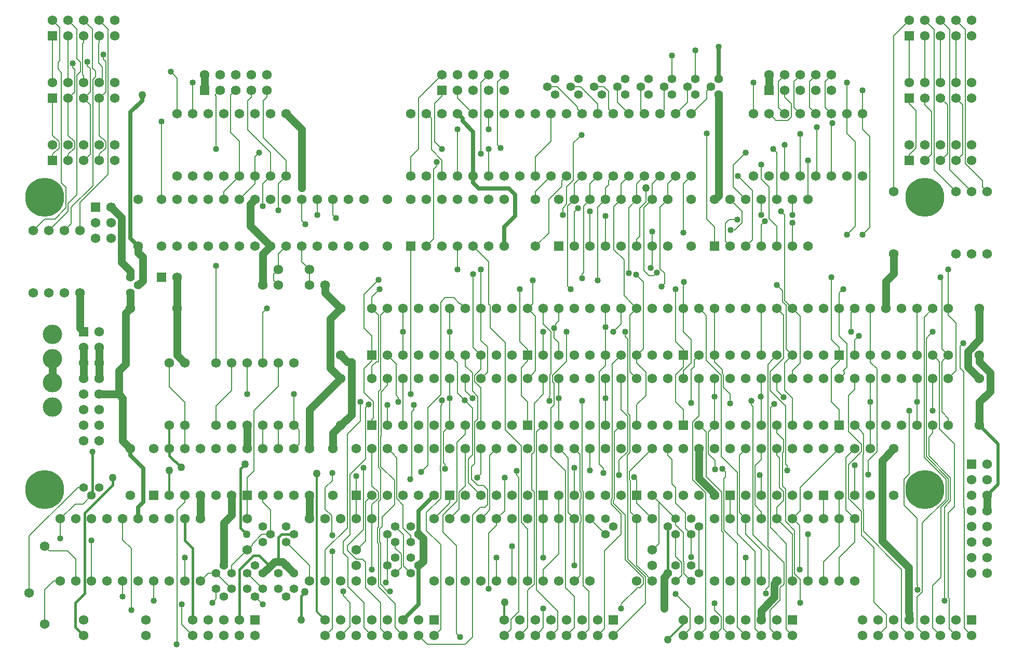
<source format=gbl>
G04 #@! TF.FileFunction,Copper,L2,Bot,Signal*
%FSLAX46Y46*%
G04 Gerber Fmt 4.6, Leading zero omitted, Abs format (unit mm)*
G04 Created by KiCad (PCBNEW 4.0.5) date 03/10/17 20:55:59*
%MOMM*%
%LPD*%
G01*
G04 APERTURE LIST*
%ADD10C,0.100000*%
%ADD11C,6.350000*%
%ADD12C,1.574800*%
%ADD13R,1.574800X1.574800*%
%ADD14C,1.397000*%
%ADD15C,3.175000*%
%ADD16C,1.270000*%
%ADD17C,1.016000*%
%ADD18C,1.270000*%
%ADD19C,0.177800*%
%ADD20C,0.508000*%
%ADD21C,0.635000*%
%ADD22C,0.381000*%
%ADD23C,0.304800*%
G04 APERTURE END LIST*
D10*
D11*
X205740000Y-61912500D03*
X205740000Y-109537500D03*
X62242700Y-109537500D03*
D12*
X77470000Y-62230000D03*
X77470000Y-69850000D03*
X105410000Y-76200000D03*
X107950000Y-76200000D03*
X118110000Y-62230000D03*
X118110000Y-69850000D03*
X142240000Y-62230000D03*
X142240000Y-69850000D03*
X76200000Y-80010000D03*
X83820000Y-80010000D03*
X113030000Y-121920000D03*
X113030000Y-124460000D03*
X113030000Y-119380000D03*
X113030000Y-114300000D03*
X140970000Y-102870000D03*
X140970000Y-110490000D03*
X125730000Y-102870000D03*
X125730000Y-110490000D03*
X109220000Y-102870000D03*
X109220000Y-110490000D03*
X153670000Y-110490000D03*
X153670000Y-102870000D03*
X138430000Y-110490000D03*
X138430000Y-102870000D03*
X123190000Y-110490000D03*
X123190000Y-102870000D03*
X161290000Y-121920000D03*
X161290000Y-124460000D03*
X161290000Y-119380000D03*
X161290000Y-114300000D03*
X186690000Y-102870000D03*
X186690000Y-110490000D03*
X171450000Y-102870000D03*
X171450000Y-110490000D03*
X156210000Y-102870000D03*
X156210000Y-110490000D03*
X200660000Y-110490000D03*
X200660000Y-102870000D03*
X184150000Y-110490000D03*
X184150000Y-102870000D03*
X168910000Y-110490000D03*
X168910000Y-102870000D03*
X95250000Y-119380000D03*
X95250000Y-114300000D03*
X92710000Y-102870000D03*
X92710000Y-110490000D03*
X105410000Y-110490000D03*
X105410000Y-102870000D03*
X76200000Y-102870000D03*
X76200000Y-110490000D03*
X90170000Y-110490000D03*
X90170000Y-102870000D03*
X167640000Y-62230000D03*
X167640000Y-69850000D03*
X137160000Y-58420000D03*
X137160000Y-48260000D03*
X129540000Y-58420000D03*
X129540000Y-48260000D03*
X144780000Y-58420000D03*
X144780000Y-48260000D03*
X139700000Y-58420000D03*
X139700000Y-48260000D03*
X124460000Y-58420000D03*
X124460000Y-48260000D03*
X127000000Y-58420000D03*
X127000000Y-48260000D03*
X92710000Y-88900000D03*
X92710000Y-99060000D03*
X90170000Y-88900000D03*
X90170000Y-99060000D03*
X73025000Y-63500000D03*
D13*
X70485000Y-63500000D03*
D12*
X73025000Y-66040000D03*
X70485000Y-66040000D03*
X73025000Y-68580000D03*
X70485000Y-68580000D03*
D14*
X145415000Y-45085000D03*
X144145000Y-43815000D03*
X145415000Y-42545000D03*
X149225000Y-45085000D03*
X147955000Y-43815000D03*
X149225000Y-42545000D03*
X153035000Y-45085000D03*
X151765000Y-43815000D03*
X153035000Y-42545000D03*
X156845000Y-45085000D03*
X155575000Y-43815000D03*
X156845000Y-42545000D03*
X160655000Y-45085000D03*
X159385000Y-43815000D03*
X160655000Y-42545000D03*
X164465000Y-45085000D03*
X163195000Y-43815000D03*
X164465000Y-42545000D03*
X168275000Y-45085000D03*
X167005000Y-43815000D03*
X168275000Y-42545000D03*
X172085000Y-45085000D03*
X170815000Y-43815000D03*
X172085000Y-42545000D03*
X123190000Y-116840000D03*
X121920000Y-118110000D03*
X121920000Y-115570000D03*
X119380000Y-115570000D03*
X119380000Y-118110000D03*
X118110000Y-116840000D03*
X118110000Y-121920000D03*
X119380000Y-120650000D03*
X119380000Y-123190000D03*
X121920000Y-123190000D03*
X121920000Y-120650000D03*
X123190000Y-121920000D03*
X163830000Y-123190000D03*
X165100000Y-121920000D03*
X165100000Y-124460000D03*
X167640000Y-124460000D03*
X167640000Y-121920000D03*
X168910000Y-123190000D03*
X168910000Y-115570000D03*
X167640000Y-116840000D03*
X167640000Y-114300000D03*
X165100000Y-114300000D03*
X165100000Y-116840000D03*
X163830000Y-115570000D03*
D12*
X132080000Y-48260000D03*
X132080000Y-58420000D03*
X147320000Y-48260000D03*
X147320000Y-58420000D03*
X83820000Y-58420000D03*
X83820000Y-48260000D03*
X86360000Y-58420000D03*
X86360000Y-48260000D03*
X88900000Y-58420000D03*
X88900000Y-48260000D03*
X91440000Y-58420000D03*
X91440000Y-48260000D03*
X182880000Y-58420000D03*
X182880000Y-48260000D03*
X185420000Y-58420000D03*
X185420000Y-48260000D03*
X187960000Y-58420000D03*
X187960000Y-48260000D03*
X190500000Y-58420000D03*
X190500000Y-48260000D03*
X60325000Y-67310000D03*
X60325000Y-77470000D03*
X62865000Y-67310000D03*
X62865000Y-77470000D03*
X65405000Y-67310000D03*
X65405000Y-77470000D03*
X67945000Y-67310000D03*
X67945000Y-77470000D03*
X200660000Y-60960000D03*
X200660000Y-71120000D03*
X210820000Y-60960000D03*
X210820000Y-71120000D03*
X213360000Y-60960000D03*
X213360000Y-71120000D03*
X215900000Y-60960000D03*
X215900000Y-71120000D03*
X134620000Y-58420000D03*
X134620000Y-48260000D03*
X142240000Y-48260000D03*
X142240000Y-58420000D03*
X121920000Y-58420000D03*
X121920000Y-48260000D03*
X96520000Y-58420000D03*
X96520000Y-48260000D03*
X93980000Y-58420000D03*
X93980000Y-48260000D03*
X99060000Y-58420000D03*
X99060000Y-48260000D03*
X101600000Y-58420000D03*
X101600000Y-48260000D03*
X180340000Y-48260000D03*
X180340000Y-58420000D03*
X177800000Y-48260000D03*
X177800000Y-58420000D03*
X193040000Y-48260000D03*
X193040000Y-58420000D03*
X195580000Y-48260000D03*
X195580000Y-58420000D03*
X149860000Y-58420000D03*
X149860000Y-48260000D03*
X152400000Y-58420000D03*
X152400000Y-48260000D03*
X154940000Y-58420000D03*
X154940000Y-48260000D03*
X157480000Y-58420000D03*
X157480000Y-48260000D03*
X160020000Y-58420000D03*
X160020000Y-48260000D03*
X162560000Y-58420000D03*
X162560000Y-48260000D03*
X165100000Y-58420000D03*
X165100000Y-48260000D03*
X167640000Y-58420000D03*
X167640000Y-48260000D03*
X146050000Y-124460000D03*
X146050000Y-114300000D03*
X148590000Y-114300000D03*
X148590000Y-124460000D03*
X143510000Y-114300000D03*
X143510000Y-124460000D03*
X135890000Y-114300000D03*
X135890000Y-124460000D03*
X133350000Y-114300000D03*
X133350000Y-124460000D03*
X130810000Y-124460000D03*
X130810000Y-114300000D03*
X128270000Y-114300000D03*
X128270000Y-124460000D03*
X138430000Y-124460000D03*
X138430000Y-114300000D03*
X115570000Y-124460000D03*
X115570000Y-114300000D03*
X125730000Y-124460000D03*
X125730000Y-114300000D03*
X110490000Y-124460000D03*
X110490000Y-114300000D03*
X191770000Y-124460000D03*
X191770000Y-114300000D03*
X194310000Y-124460000D03*
X194310000Y-114300000D03*
X189230000Y-114300000D03*
X189230000Y-124460000D03*
X186690000Y-124460000D03*
X186690000Y-114300000D03*
X184150000Y-124460000D03*
X184150000Y-114300000D03*
X181610000Y-124460000D03*
X181610000Y-114300000D03*
X179070000Y-124460000D03*
X179070000Y-114300000D03*
X176530000Y-124460000D03*
X176530000Y-114300000D03*
X158750000Y-124460000D03*
X158750000Y-114300000D03*
X173990000Y-124460000D03*
X173990000Y-114300000D03*
X171450000Y-124460000D03*
X171450000Y-114300000D03*
X64770000Y-114300000D03*
X64770000Y-124460000D03*
X67310000Y-124460000D03*
X67310000Y-114300000D03*
X69850000Y-114300000D03*
X69850000Y-124460000D03*
X74930000Y-124460000D03*
X74930000Y-114300000D03*
X72390000Y-114300000D03*
X72390000Y-124460000D03*
X78740000Y-130810000D03*
X68580000Y-130810000D03*
X78740000Y-133350000D03*
X68580000Y-133350000D03*
X151130000Y-114300000D03*
X151130000Y-124460000D03*
X77470000Y-124460000D03*
X77470000Y-114300000D03*
X85090000Y-99060000D03*
X85090000Y-88900000D03*
X80010000Y-124460000D03*
X80010000Y-114300000D03*
X140970000Y-124460000D03*
X140970000Y-114300000D03*
X82550000Y-88900000D03*
X82550000Y-99060000D03*
X82550000Y-124460000D03*
X82550000Y-114300000D03*
X105410000Y-124460000D03*
X105410000Y-114300000D03*
X87630000Y-124460000D03*
X87630000Y-114300000D03*
X85090000Y-124460000D03*
X85090000Y-114300000D03*
X100330000Y-99060000D03*
X100330000Y-88900000D03*
X95250000Y-88900000D03*
X95250000Y-99060000D03*
X107950000Y-124460000D03*
X107950000Y-114300000D03*
X102870000Y-99060000D03*
X102870000Y-88900000D03*
X97790000Y-88900000D03*
X97790000Y-99060000D03*
X81280000Y-62230000D03*
X81280000Y-69850000D03*
X83820000Y-62230000D03*
X83820000Y-69850000D03*
X86360000Y-62230000D03*
X86360000Y-69850000D03*
X88900000Y-62230000D03*
X88900000Y-69850000D03*
X91440000Y-62230000D03*
X91440000Y-69850000D03*
X93980000Y-62230000D03*
X93980000Y-69850000D03*
X96520000Y-62230000D03*
X96520000Y-69850000D03*
X99060000Y-62230000D03*
X99060000Y-69850000D03*
X101600000Y-62230000D03*
X101600000Y-69850000D03*
X104140000Y-62230000D03*
X104140000Y-69850000D03*
X106680000Y-62230000D03*
X106680000Y-69850000D03*
X109220000Y-62230000D03*
X109220000Y-69850000D03*
X111760000Y-62230000D03*
X111760000Y-69850000D03*
X114300000Y-62230000D03*
X114300000Y-69850000D03*
D14*
X76200000Y-74930000D03*
X77470000Y-76200000D03*
X76200000Y-77470000D03*
D13*
X143510000Y-110490000D03*
D12*
X146050000Y-110490000D03*
X148590000Y-110490000D03*
X151130000Y-110490000D03*
X151130000Y-102870000D03*
X148590000Y-102870000D03*
X146050000Y-102870000D03*
X143510000Y-102870000D03*
D13*
X128270000Y-110490000D03*
D12*
X130810000Y-110490000D03*
X133350000Y-110490000D03*
X135890000Y-110490000D03*
X135890000Y-102870000D03*
X133350000Y-102870000D03*
X130810000Y-102870000D03*
X128270000Y-102870000D03*
D13*
X113030000Y-110490000D03*
D12*
X115570000Y-110490000D03*
X118110000Y-110490000D03*
X120650000Y-110490000D03*
X120650000Y-102870000D03*
X118110000Y-102870000D03*
X115570000Y-102870000D03*
X113030000Y-102870000D03*
D13*
X189230000Y-110490000D03*
D12*
X191770000Y-110490000D03*
X194310000Y-110490000D03*
X196850000Y-110490000D03*
X196850000Y-102870000D03*
X194310000Y-102870000D03*
X191770000Y-102870000D03*
X189230000Y-102870000D03*
D13*
X173990000Y-110490000D03*
D12*
X176530000Y-110490000D03*
X179070000Y-110490000D03*
X181610000Y-110490000D03*
X181610000Y-102870000D03*
X179070000Y-102870000D03*
X176530000Y-102870000D03*
X173990000Y-102870000D03*
D13*
X158750000Y-110490000D03*
D12*
X161290000Y-110490000D03*
X163830000Y-110490000D03*
X166370000Y-110490000D03*
X166370000Y-102870000D03*
X163830000Y-102870000D03*
X161290000Y-102870000D03*
X158750000Y-102870000D03*
D14*
X71120000Y-109220000D03*
X69850000Y-110490000D03*
X68580000Y-109220000D03*
D12*
X100330000Y-73660000D03*
X105410000Y-73660000D03*
D11*
X62242700Y-61912500D03*
D15*
X63500000Y-96113600D03*
X63500000Y-92151200D03*
X63500000Y-88188800D03*
X63500000Y-84226400D03*
D13*
X68580000Y-83820000D03*
D12*
X71120000Y-83820000D03*
X68580000Y-86360000D03*
X71120000Y-86360000D03*
X68580000Y-88900000D03*
X71120000Y-88900000D03*
X68580000Y-91440000D03*
X71120000Y-91440000D03*
X68580000Y-93980000D03*
X71120000Y-93980000D03*
X68580000Y-96520000D03*
X71120000Y-96520000D03*
X68580000Y-99060000D03*
X71120000Y-99060000D03*
X68580000Y-101600000D03*
X71120000Y-101600000D03*
X100330000Y-76200000D03*
X97790000Y-76200000D03*
X138430000Y-99060000D03*
X138430000Y-91440000D03*
X110490000Y-99060000D03*
X110490000Y-91440000D03*
X161290000Y-91440000D03*
X161290000Y-99060000D03*
X135890000Y-91440000D03*
X135890000Y-99060000D03*
X189230000Y-99060000D03*
X189230000Y-91440000D03*
X163830000Y-99060000D03*
X163830000Y-91440000D03*
X214630000Y-91440000D03*
X214630000Y-99060000D03*
X186690000Y-91440000D03*
X186690000Y-99060000D03*
X189230000Y-87630000D03*
X189230000Y-80010000D03*
X163830000Y-87630000D03*
X163830000Y-80010000D03*
X214630000Y-80010000D03*
X214630000Y-87630000D03*
X186690000Y-80010000D03*
X186690000Y-87630000D03*
X138430000Y-87630000D03*
X138430000Y-80010000D03*
X110490000Y-87630000D03*
X110490000Y-80010000D03*
X161290000Y-80010000D03*
X161290000Y-87630000D03*
X135890000Y-80010000D03*
X135890000Y-87630000D03*
D13*
X213360000Y-105410000D03*
D12*
X215900000Y-105410000D03*
X213360000Y-107950000D03*
X215900000Y-107950000D03*
X213360000Y-110490000D03*
X215900000Y-110490000D03*
X213360000Y-113030000D03*
X215900000Y-113030000D03*
X213360000Y-115570000D03*
X215900000Y-115570000D03*
X213360000Y-118110000D03*
X215900000Y-118110000D03*
X213360000Y-120650000D03*
X215900000Y-120650000D03*
X213360000Y-123190000D03*
X215900000Y-123190000D03*
D13*
X154940000Y-130810000D03*
D12*
X154940000Y-133350000D03*
X152400000Y-130810000D03*
X152400000Y-133350000D03*
X149860000Y-130810000D03*
X149860000Y-133350000D03*
X147320000Y-130810000D03*
X147320000Y-133350000D03*
X144780000Y-130810000D03*
X144780000Y-133350000D03*
X142240000Y-130810000D03*
X142240000Y-133350000D03*
X139700000Y-130810000D03*
X139700000Y-133350000D03*
X137160000Y-130810000D03*
X137160000Y-133350000D03*
D13*
X213360000Y-130810000D03*
D12*
X213360000Y-133350000D03*
X210820000Y-130810000D03*
X210820000Y-133350000D03*
X208280000Y-130810000D03*
X208280000Y-133350000D03*
X205740000Y-130810000D03*
X205740000Y-133350000D03*
X203200000Y-130810000D03*
X203200000Y-133350000D03*
X200660000Y-130810000D03*
X200660000Y-133350000D03*
X198120000Y-130810000D03*
X198120000Y-133350000D03*
X195580000Y-130810000D03*
X195580000Y-133350000D03*
D13*
X184150000Y-130810000D03*
D12*
X184150000Y-133350000D03*
X181610000Y-130810000D03*
X181610000Y-133350000D03*
X179070000Y-130810000D03*
X179070000Y-133350000D03*
X176530000Y-130810000D03*
X176530000Y-133350000D03*
X173990000Y-130810000D03*
X173990000Y-133350000D03*
X171450000Y-130810000D03*
X171450000Y-133350000D03*
X168910000Y-130810000D03*
X168910000Y-133350000D03*
X166370000Y-130810000D03*
X166370000Y-133350000D03*
D13*
X125730000Y-130810000D03*
D12*
X125730000Y-133350000D03*
X123190000Y-130810000D03*
X123190000Y-133350000D03*
X120650000Y-130810000D03*
X120650000Y-133350000D03*
X118110000Y-130810000D03*
X118110000Y-133350000D03*
X115570000Y-130810000D03*
X115570000Y-133350000D03*
X113030000Y-130810000D03*
X113030000Y-133350000D03*
X110490000Y-130810000D03*
X110490000Y-133350000D03*
X107950000Y-130810000D03*
X107950000Y-133350000D03*
D14*
X91440000Y-127000000D03*
X90170000Y-125730000D03*
X92710000Y-125730000D03*
X92710000Y-123190000D03*
X90170000Y-123190000D03*
X91440000Y-121920000D03*
X101600000Y-127000000D03*
X100330000Y-125730000D03*
X102870000Y-125730000D03*
X102870000Y-123190000D03*
X100330000Y-123190000D03*
X101600000Y-121920000D03*
X96520000Y-127000000D03*
X95250000Y-125730000D03*
X97790000Y-125730000D03*
X97790000Y-123190000D03*
X95250000Y-123190000D03*
X96520000Y-121920000D03*
D13*
X80010000Y-110490000D03*
D12*
X82550000Y-110490000D03*
X85090000Y-110490000D03*
X87630000Y-110490000D03*
X87630000Y-102870000D03*
X85090000Y-102870000D03*
X82550000Y-102870000D03*
X80010000Y-102870000D03*
D13*
X95250000Y-110490000D03*
D12*
X97790000Y-110490000D03*
X100330000Y-110490000D03*
X102870000Y-110490000D03*
X102870000Y-102870000D03*
X100330000Y-102870000D03*
X97790000Y-102870000D03*
X95250000Y-102870000D03*
D14*
X153670000Y-114300000D03*
X154940000Y-115570000D03*
X153670000Y-116840000D03*
X97790000Y-115570000D03*
X99060000Y-116840000D03*
X97790000Y-118110000D03*
X101600000Y-115570000D03*
X102870000Y-116840000D03*
X101600000Y-118110000D03*
D12*
X83820000Y-74930000D03*
D13*
X81280000Y-74930000D03*
D12*
X140970000Y-80010000D03*
D13*
X140970000Y-87630000D03*
D12*
X143510000Y-80010000D03*
X143510000Y-87630000D03*
X146050000Y-80010000D03*
X146050000Y-87630000D03*
X148590000Y-80010000D03*
X148590000Y-87630000D03*
X151130000Y-80010000D03*
X151130000Y-87630000D03*
X153670000Y-80010000D03*
X153670000Y-87630000D03*
X156210000Y-80010000D03*
X156210000Y-87630000D03*
X158750000Y-80010000D03*
X158750000Y-87630000D03*
X146050000Y-62230000D03*
D13*
X146050000Y-69850000D03*
D12*
X148590000Y-62230000D03*
X148590000Y-69850000D03*
X151130000Y-62230000D03*
X151130000Y-69850000D03*
X153670000Y-62230000D03*
X153670000Y-69850000D03*
X156210000Y-62230000D03*
X156210000Y-69850000D03*
X158750000Y-62230000D03*
X158750000Y-69850000D03*
X161290000Y-62230000D03*
X161290000Y-69850000D03*
X163830000Y-62230000D03*
X163830000Y-69850000D03*
X115570000Y-91440000D03*
D13*
X115570000Y-99060000D03*
D12*
X118110000Y-91440000D03*
X118110000Y-99060000D03*
X120650000Y-91440000D03*
X120650000Y-99060000D03*
X123190000Y-91440000D03*
X123190000Y-99060000D03*
X125730000Y-91440000D03*
X125730000Y-99060000D03*
X128270000Y-91440000D03*
X128270000Y-99060000D03*
X130810000Y-91440000D03*
X130810000Y-99060000D03*
X133350000Y-91440000D03*
X133350000Y-99060000D03*
X191770000Y-80010000D03*
D13*
X191770000Y-87630000D03*
D12*
X194310000Y-80010000D03*
X194310000Y-87630000D03*
X196850000Y-80010000D03*
X196850000Y-87630000D03*
X199390000Y-80010000D03*
X199390000Y-87630000D03*
X201930000Y-80010000D03*
X201930000Y-87630000D03*
X204470000Y-80010000D03*
X204470000Y-87630000D03*
X207010000Y-80010000D03*
X207010000Y-87630000D03*
X209550000Y-80010000D03*
X209550000Y-87630000D03*
X166370000Y-80010000D03*
D13*
X166370000Y-87630000D03*
D12*
X168910000Y-80010000D03*
X168910000Y-87630000D03*
X171450000Y-80010000D03*
X171450000Y-87630000D03*
X173990000Y-80010000D03*
X173990000Y-87630000D03*
X176530000Y-80010000D03*
X176530000Y-87630000D03*
X179070000Y-80010000D03*
X179070000Y-87630000D03*
X181610000Y-80010000D03*
X181610000Y-87630000D03*
X184150000Y-80010000D03*
X184150000Y-87630000D03*
X115570000Y-80010000D03*
D13*
X115570000Y-87630000D03*
D12*
X118110000Y-80010000D03*
X118110000Y-87630000D03*
X120650000Y-80010000D03*
X120650000Y-87630000D03*
X123190000Y-80010000D03*
X123190000Y-87630000D03*
X125730000Y-80010000D03*
X125730000Y-87630000D03*
X128270000Y-80010000D03*
X128270000Y-87630000D03*
X130810000Y-80010000D03*
X130810000Y-87630000D03*
X133350000Y-80010000D03*
X133350000Y-87630000D03*
X166370000Y-91440000D03*
D13*
X166370000Y-99060000D03*
D12*
X168910000Y-91440000D03*
X168910000Y-99060000D03*
X171450000Y-91440000D03*
X171450000Y-99060000D03*
X173990000Y-91440000D03*
X173990000Y-99060000D03*
X176530000Y-91440000D03*
X176530000Y-99060000D03*
X179070000Y-91440000D03*
X179070000Y-99060000D03*
X181610000Y-91440000D03*
X181610000Y-99060000D03*
X184150000Y-91440000D03*
X184150000Y-99060000D03*
X140970000Y-91440000D03*
D13*
X140970000Y-99060000D03*
D12*
X143510000Y-91440000D03*
X143510000Y-99060000D03*
X146050000Y-91440000D03*
X146050000Y-99060000D03*
X148590000Y-91440000D03*
X148590000Y-99060000D03*
X151130000Y-91440000D03*
X151130000Y-99060000D03*
X153670000Y-91440000D03*
X153670000Y-99060000D03*
X156210000Y-91440000D03*
X156210000Y-99060000D03*
X158750000Y-91440000D03*
X158750000Y-99060000D03*
X191770000Y-91440000D03*
D13*
X191770000Y-99060000D03*
D12*
X194310000Y-91440000D03*
X194310000Y-99060000D03*
X196850000Y-91440000D03*
X196850000Y-99060000D03*
X199390000Y-91440000D03*
X199390000Y-99060000D03*
X201930000Y-91440000D03*
X201930000Y-99060000D03*
X204470000Y-91440000D03*
X204470000Y-99060000D03*
X207010000Y-91440000D03*
X207010000Y-99060000D03*
X209550000Y-91440000D03*
X209550000Y-99060000D03*
X121920000Y-62230000D03*
D13*
X121920000Y-69850000D03*
D12*
X124460000Y-62230000D03*
X124460000Y-69850000D03*
X127000000Y-62230000D03*
X127000000Y-69850000D03*
X129540000Y-62230000D03*
X129540000Y-69850000D03*
X132080000Y-62230000D03*
X132080000Y-69850000D03*
X134620000Y-62230000D03*
X134620000Y-69850000D03*
X137160000Y-62230000D03*
X137160000Y-69850000D03*
X171450000Y-62230000D03*
D13*
X171450000Y-69850000D03*
D12*
X173990000Y-62230000D03*
X173990000Y-69850000D03*
X176530000Y-62230000D03*
X176530000Y-69850000D03*
X179070000Y-62230000D03*
X179070000Y-69850000D03*
X181610000Y-62230000D03*
X181610000Y-69850000D03*
X184150000Y-62230000D03*
X184150000Y-69850000D03*
X186690000Y-62230000D03*
X186690000Y-69850000D03*
D13*
X96520000Y-130810000D03*
D12*
X96520000Y-133350000D03*
X93980000Y-130810000D03*
X93980000Y-133350000D03*
X91440000Y-130810000D03*
X91440000Y-133350000D03*
X88900000Y-130810000D03*
X88900000Y-133350000D03*
X86360000Y-130810000D03*
X86360000Y-133350000D03*
D13*
X127000000Y-44450000D03*
D12*
X127000000Y-41910000D03*
X129540000Y-44450000D03*
X129540000Y-41910000D03*
X132080000Y-44450000D03*
X132080000Y-41910000D03*
X134620000Y-44450000D03*
X134620000Y-41910000D03*
X137160000Y-44450000D03*
X137160000Y-41910000D03*
D13*
X180340000Y-44450000D03*
D12*
X180340000Y-41910000D03*
X182880000Y-44450000D03*
X182880000Y-41910000D03*
X185420000Y-44450000D03*
X185420000Y-41910000D03*
X187960000Y-44450000D03*
X187960000Y-41910000D03*
X190500000Y-44450000D03*
X190500000Y-41910000D03*
D13*
X88265000Y-44450000D03*
D12*
X88265000Y-41910000D03*
X90805000Y-44450000D03*
X90805000Y-41910000D03*
X93345000Y-44450000D03*
X93345000Y-41910000D03*
X95885000Y-44450000D03*
X95885000Y-41910000D03*
X98425000Y-44450000D03*
X98425000Y-41910000D03*
D13*
X203200000Y-35560000D03*
D12*
X203200000Y-33020000D03*
X205740000Y-35560000D03*
X205740000Y-33020000D03*
X208280000Y-35560000D03*
X208280000Y-33020000D03*
X210820000Y-35560000D03*
X210820000Y-33020000D03*
X213360000Y-35560000D03*
X213360000Y-33020000D03*
D13*
X63500000Y-35560000D03*
D12*
X63500000Y-33020000D03*
X66040000Y-35560000D03*
X66040000Y-33020000D03*
X68580000Y-35560000D03*
X68580000Y-33020000D03*
X71120000Y-35560000D03*
X71120000Y-33020000D03*
X73660000Y-35560000D03*
X73660000Y-33020000D03*
D13*
X203200000Y-55880000D03*
D12*
X203200000Y-53340000D03*
X205740000Y-55880000D03*
X205740000Y-53340000D03*
X208280000Y-55880000D03*
X208280000Y-53340000D03*
X210820000Y-55880000D03*
X210820000Y-53340000D03*
X213360000Y-55880000D03*
X213360000Y-53340000D03*
D13*
X63500000Y-55880000D03*
D12*
X63500000Y-53340000D03*
X66040000Y-55880000D03*
X66040000Y-53340000D03*
X68580000Y-55880000D03*
X68580000Y-53340000D03*
X71120000Y-55880000D03*
X71120000Y-53340000D03*
X73660000Y-55880000D03*
X73660000Y-53340000D03*
D13*
X203200000Y-45720000D03*
D12*
X203200000Y-43180000D03*
X205740000Y-45720000D03*
X205740000Y-43180000D03*
X208280000Y-45720000D03*
X208280000Y-43180000D03*
X210820000Y-45720000D03*
X210820000Y-43180000D03*
X213360000Y-45720000D03*
X213360000Y-43180000D03*
D13*
X63500000Y-45720000D03*
D12*
X63500000Y-43180000D03*
X66040000Y-45720000D03*
X66040000Y-43180000D03*
X68580000Y-45720000D03*
X68580000Y-43180000D03*
X71120000Y-45720000D03*
X71120000Y-43180000D03*
X73660000Y-45720000D03*
X73660000Y-43180000D03*
X62230000Y-131445000D03*
X59690000Y-126365000D03*
X62230000Y-118745000D03*
D16*
X104140000Y-60325000D03*
X160274000Y-60325000D03*
D17*
X90170000Y-73025000D03*
D16*
X78105000Y-45212000D03*
X163195000Y-128905000D03*
D17*
X138430000Y-118745000D03*
X115570000Y-122555000D03*
X113030000Y-107315000D03*
X148590363Y-106032290D03*
D16*
X73279000Y-107581699D03*
D17*
X176530000Y-120650000D03*
X167640000Y-120535697D03*
X158340932Y-107552089D03*
X194310000Y-105549710D03*
X170180000Y-51435000D03*
X129540000Y-50800000D03*
X134620000Y-50800000D03*
X175260000Y-58420000D03*
X179070000Y-56515000D03*
X129540000Y-73660000D03*
X98425000Y-80010000D03*
X66802000Y-40005000D03*
X69189633Y-39756648D03*
X71755000Y-38620679D03*
X164465000Y-38735000D03*
X168275000Y-37960290D03*
X172085000Y-37325290D03*
X182880000Y-53340000D03*
X185420000Y-51562000D03*
X188087000Y-50419000D03*
X190627000Y-49771290D03*
X106680000Y-64770000D03*
X109686280Y-65265290D03*
X104714547Y-66255932D03*
X117821366Y-124726759D03*
X82765845Y-41414710D03*
X86360000Y-43180000D03*
X134620000Y-53975000D03*
X127000000Y-53975000D03*
X97155000Y-54610000D03*
X90170000Y-53975000D03*
X97790000Y-63360290D03*
X100330000Y-63995290D03*
X149712604Y-51723034D03*
X146672291Y-64770000D03*
X81280000Y-49530000D03*
X177800000Y-43180000D03*
X193040000Y-67945000D03*
X193040000Y-43180000D03*
X195580000Y-67945000D03*
X195580000Y-44450000D03*
X148590000Y-121920000D03*
X135890000Y-120650000D03*
X143510000Y-120650000D03*
X137184814Y-107568997D03*
X132717103Y-107568997D03*
X134620000Y-125730000D03*
X185280320Y-122555000D03*
X186690000Y-116840000D03*
X69977000Y-103378000D03*
X69850000Y-117856000D03*
X64770000Y-117475000D03*
X74930000Y-127000000D03*
X76327000Y-129159000D03*
X84594710Y-128270000D03*
X89535000Y-128003289D03*
X97790000Y-128270000D03*
X80010000Y-127635000D03*
D16*
X104013000Y-130810000D03*
X104648000Y-126238000D03*
X95123000Y-116840000D03*
X94869000Y-105410000D03*
X84455000Y-105918011D03*
D17*
X85090000Y-120650000D03*
X102870000Y-93980000D03*
X95250000Y-93980000D03*
X121920000Y-93980000D03*
X113665000Y-95250000D03*
X174018159Y-67178334D03*
X175129610Y-65544710D03*
X133350000Y-54749710D03*
X176530000Y-54610000D03*
X179070000Y-64770000D03*
X153670000Y-64909712D03*
X179639026Y-65819475D03*
X136525000Y-53835290D03*
X180975000Y-53975000D03*
X184150000Y-64770000D03*
X184150000Y-66040000D03*
X126134697Y-56110303D03*
X186690000Y-55880000D03*
X151130000Y-64135000D03*
X149198036Y-63647429D03*
X165100000Y-76910846D03*
X147973402Y-76834989D03*
X139700000Y-76910846D03*
X181610000Y-76200000D03*
X158610290Y-74461467D03*
X149860000Y-75069679D03*
X166458448Y-75704710D03*
X152400000Y-75425290D03*
X141771467Y-75425290D03*
X182245000Y-64135000D03*
X157429218Y-74287521D03*
X190500000Y-74930000D03*
X116630848Y-75355848D03*
X161996808Y-74155290D03*
X132080000Y-74434679D03*
X208280000Y-74930000D03*
X166381067Y-67602152D03*
X161046149Y-73433186D03*
X133350000Y-73659969D03*
X209550000Y-73660000D03*
X161290000Y-67449710D03*
X162763664Y-76479387D03*
X192405000Y-76835000D03*
X116840000Y-76835000D03*
X171475421Y-106221714D03*
X127469472Y-106146622D03*
X151130000Y-106426000D03*
X128270000Y-94615000D03*
X171414157Y-94361003D03*
X178971965Y-94384521D03*
X130664773Y-94966833D03*
X128270000Y-83820000D03*
X120650000Y-83820000D03*
X173990000Y-95478580D03*
X146052894Y-94614356D03*
X153670000Y-94615000D03*
X204470000Y-95250000D03*
X196850000Y-95250000D03*
X178828710Y-107188365D03*
X196469000Y-107061000D03*
X153289000Y-106807000D03*
X153670000Y-83045290D03*
X145262601Y-83185000D03*
X139141189Y-106502233D03*
X155882477Y-107200710D03*
X156210000Y-128905000D03*
X143510000Y-128905000D03*
X207010000Y-96710500D03*
X203200000Y-96710500D03*
X204533500Y-125857000D03*
X208915000Y-127635000D03*
X177420698Y-95045092D03*
X182698431Y-94475290D03*
X179832000Y-126492000D03*
X165100000Y-126555500D03*
X185420000Y-128016000D03*
X171450000Y-128079500D03*
X110871000Y-126111000D03*
X118491000Y-126111000D03*
X118110000Y-95758000D03*
X115062000Y-95631000D03*
X109093000Y-119634000D03*
X109093000Y-116967000D03*
X109093000Y-106807000D03*
X121793000Y-107823000D03*
X122428000Y-95758000D03*
X131953000Y-94615000D03*
X129921000Y-133604000D03*
X149860000Y-95110290D03*
X144521985Y-95110290D03*
X143510000Y-83820000D03*
X156845000Y-83820000D03*
X154940000Y-83820000D03*
X147320000Y-83820000D03*
X193675000Y-83820000D03*
X207010000Y-83820000D03*
X194945000Y-84454987D03*
X212018743Y-85653743D03*
X167640000Y-95389710D03*
X181141803Y-95543803D03*
X172665641Y-106129177D03*
X183273710Y-106413290D03*
X127000000Y-94983290D03*
X119875290Y-95250000D03*
X114173000Y-106032290D03*
X123571000Y-106680000D03*
D16*
X82550000Y-106426000D03*
X106553000Y-106934000D03*
X163830000Y-133985000D03*
X137223500Y-127927110D03*
D17*
X83693000Y-134747000D03*
D18*
X101600000Y-48260000D02*
X104140000Y-50800000D01*
X104140000Y-50800000D02*
X104140000Y-60325000D01*
D19*
X142240000Y-62230000D02*
X142240000Y-60960000D01*
X144780000Y-58420000D02*
X142240000Y-60960000D01*
X160235899Y-62649101D02*
X160235899Y-60363101D01*
X159258000Y-63627000D02*
X160235899Y-62649101D01*
X160235899Y-60363101D02*
X160274000Y-60325000D01*
X159258000Y-68228449D02*
X159258000Y-63627000D01*
X158750000Y-69850000D02*
X158750000Y-68736449D01*
X158750000Y-68736449D02*
X159258000Y-68228449D01*
X90170000Y-88900000D02*
X90170000Y-73025000D01*
D18*
X172085000Y-45085000D02*
X172085000Y-61595000D01*
X172085000Y-61595000D02*
X171450000Y-62230000D01*
X76200000Y-74930000D02*
X76200000Y-73942172D01*
X73812399Y-64287399D02*
X73025000Y-63500000D01*
X76200000Y-73942172D02*
X74752201Y-72494373D01*
X74752201Y-72494373D02*
X74752201Y-65227201D01*
X74752201Y-65227201D02*
X73812399Y-64287399D01*
X168910000Y-102870000D02*
X168910000Y-107654719D01*
X168910000Y-107654719D02*
X171450000Y-110194719D01*
X171450000Y-110194719D02*
X171450000Y-110490000D01*
D20*
X214630000Y-99060000D02*
X217678000Y-102108000D01*
X217678000Y-102108000D02*
X217678000Y-108712000D01*
X217678000Y-108712000D02*
X215900000Y-110490000D01*
D21*
X78105000Y-45212000D02*
X78105000Y-46110025D01*
X78105000Y-46110025D02*
X76187299Y-48027726D01*
X76187299Y-48027726D02*
X76187299Y-68567299D01*
X76187299Y-68567299D02*
X76682601Y-69062601D01*
X76682601Y-69062601D02*
X77470000Y-69850000D01*
X138938000Y-64897000D02*
X137160000Y-66675000D01*
X137160000Y-66675000D02*
X137160000Y-69850000D01*
X138938000Y-61468000D02*
X138938000Y-64897000D01*
X137922000Y-60452000D02*
X138938000Y-61468000D01*
X132998449Y-60452000D02*
X137922000Y-60452000D01*
X132080000Y-58420000D02*
X132080000Y-59533551D01*
X132080000Y-59533551D02*
X132998449Y-60452000D01*
X130327399Y-49428399D02*
X132080000Y-51181000D01*
X132080000Y-51181000D02*
X132080000Y-58420000D01*
X129540000Y-48260000D02*
X130327399Y-49047399D01*
X130327399Y-49047399D02*
X130327399Y-49428399D01*
D19*
X147320000Y-58420000D02*
X146532601Y-59207399D01*
X144399000Y-62230000D02*
X144399000Y-67691000D01*
X146532601Y-59207399D02*
X146532601Y-60096399D01*
X146532601Y-60096399D02*
X144399000Y-62230000D01*
X144399000Y-67691000D02*
X142240000Y-69850000D01*
D22*
X100330000Y-117348000D02*
X100330000Y-120650000D01*
X100330000Y-120650000D02*
X99695000Y-121285000D01*
X100838000Y-116840000D02*
X100330000Y-117348000D01*
X102870000Y-116840000D02*
X100838000Y-116840000D01*
D18*
X99695000Y-121285000D02*
X98933000Y-122047000D01*
X98933000Y-122047000D02*
X97790000Y-123190000D01*
D22*
X93980000Y-130810000D02*
X93980000Y-122555000D01*
X93980000Y-122555000D02*
X96266000Y-120269000D01*
X96266000Y-120269000D02*
X97155000Y-120269000D01*
X97155000Y-120269000D02*
X98933000Y-122047000D01*
D18*
X92710000Y-113665000D02*
X92710000Y-110490000D01*
X91440000Y-114935000D02*
X92710000Y-113665000D01*
X91440000Y-121920000D02*
X91440000Y-114935000D01*
X123190000Y-116840000D02*
X123888499Y-117538499D01*
X123888499Y-121221501D02*
X123190000Y-121920000D01*
X123888499Y-117538499D02*
X123888499Y-121221501D01*
D21*
X123190000Y-113030000D02*
X124460000Y-111760000D01*
X124460000Y-111760000D02*
X125730000Y-110490000D01*
X123190000Y-116840000D02*
X123190000Y-113030000D01*
X123190000Y-121920000D02*
X123190000Y-128270000D01*
X123190000Y-128270000D02*
X120650000Y-130810000D01*
D18*
X101600000Y-121920000D02*
X102870000Y-123190000D01*
X100965000Y-121285000D02*
X99695000Y-121285000D01*
X101600000Y-121920000D02*
X100965000Y-121285000D01*
X163195000Y-123825000D02*
X163195000Y-128905000D01*
X163830000Y-123190000D02*
X163195000Y-123825000D01*
D22*
X163830000Y-123190000D02*
X163830000Y-115570000D01*
D18*
X181203611Y-127112767D02*
X179070000Y-129246378D01*
X179070000Y-129696449D02*
X179070000Y-130810000D01*
X181610000Y-124460000D02*
X181203611Y-124866389D01*
X179070000Y-129246378D02*
X179070000Y-129696449D01*
X181203611Y-124866389D02*
X181203611Y-127112767D01*
X198755000Y-117925184D02*
X203085699Y-122255883D01*
X198755000Y-104775000D02*
X198755000Y-117925184D01*
X203085699Y-129582148D02*
X203200000Y-129696449D01*
X203085699Y-122255883D02*
X203085699Y-129582148D01*
X203200000Y-129696449D02*
X203200000Y-130810000D01*
X200660000Y-102870000D02*
X198755000Y-104775000D01*
X214630000Y-95250000D02*
X214630000Y-99060000D01*
X216357201Y-93522799D02*
X214630000Y-95250000D01*
X214630000Y-87630000D02*
X214630000Y-88743551D01*
X214630000Y-88743551D02*
X216357201Y-90470752D01*
X216357201Y-90470752D02*
X216357201Y-93522799D01*
X215900000Y-110490000D02*
X215900000Y-113030000D01*
X95732601Y-66522601D02*
X98272601Y-69062601D01*
X95732601Y-63017399D02*
X95732601Y-66522601D01*
X98272601Y-69062601D02*
X99060000Y-69850000D01*
X96520000Y-62230000D02*
X95732601Y-63017399D01*
X88265000Y-41910000D02*
X88265000Y-44450000D01*
X180340000Y-41910000D02*
X180340000Y-44450000D01*
X109702601Y-90652601D02*
X110490000Y-91440000D01*
X110490000Y-80010000D02*
X108762799Y-81737201D01*
X108762799Y-81737201D02*
X108762799Y-89712799D01*
X108762799Y-89712799D02*
X109702601Y-90652601D01*
X110490000Y-91440000D02*
X105410000Y-96520000D01*
X105410000Y-96520000D02*
X105410000Y-102870000D01*
X107950000Y-76200000D02*
X107950000Y-77470000D01*
X107950000Y-77470000D02*
X110490000Y-80010000D01*
X77470000Y-76200000D02*
X78168499Y-75501501D01*
X78168499Y-75501501D02*
X78168499Y-71662050D01*
X78168499Y-71662050D02*
X77470000Y-70963551D01*
X77470000Y-70963551D02*
X77470000Y-69850000D01*
X99060000Y-69850000D02*
X97790000Y-71120000D01*
X97790000Y-71120000D02*
X97790000Y-76200000D01*
X83820000Y-80010000D02*
X83820000Y-87630000D01*
X83820000Y-87630000D02*
X85090000Y-88900000D01*
X83820000Y-74930000D02*
X83820000Y-80010000D01*
X71120000Y-88900000D02*
X71120000Y-91440000D01*
X71120000Y-86360000D02*
X71120000Y-88900000D01*
X68580000Y-88900000D02*
X68580000Y-91440000D01*
X68580000Y-86360000D02*
X68580000Y-88900000D01*
X63500000Y-92151200D02*
X63500000Y-88188800D01*
D19*
X105410000Y-73660000D02*
X105410000Y-74773551D01*
X105410000Y-74773551D02*
X105410000Y-76200000D01*
X104140000Y-69850000D02*
X104140000Y-72390000D01*
X104140000Y-72390000D02*
X105410000Y-73660000D01*
D18*
X95250000Y-99060000D02*
X95250000Y-102870000D01*
D21*
X76200000Y-102870000D02*
X76200000Y-103983551D01*
X76200000Y-103983551D02*
X78257399Y-106040950D01*
X78257399Y-106040950D02*
X78257399Y-111607601D01*
X78257399Y-111607601D02*
X77470000Y-112395000D01*
X77470000Y-112395000D02*
X77470000Y-114300000D01*
D22*
X86360000Y-119126000D02*
X86360000Y-130810000D01*
X85090000Y-117856000D02*
X86360000Y-119126000D01*
X85090000Y-114300000D02*
X85090000Y-117856000D01*
D18*
X112217201Y-88722201D02*
X111582201Y-88722201D01*
X111582201Y-88722201D02*
X110490000Y-87630000D01*
X110490000Y-99060000D02*
X112217201Y-97332799D01*
X112217201Y-97332799D02*
X112217201Y-88722201D01*
X109220000Y-102870000D02*
X109220000Y-100330000D01*
X109220000Y-100330000D02*
X110490000Y-99060000D01*
X75412601Y-89052399D02*
X74295000Y-90170000D01*
X74295000Y-90170000D02*
X74295000Y-93980000D01*
X76200000Y-80010000D02*
X75412601Y-80797399D01*
X75412601Y-80797399D02*
X75412601Y-89052399D01*
X76200000Y-77470000D02*
X76200000Y-80010000D01*
X74930000Y-94615000D02*
X74930000Y-101600000D01*
X74930000Y-101600000D02*
X76200000Y-102870000D01*
X74295000Y-93980000D02*
X74930000Y-94615000D01*
X71120000Y-93980000D02*
X74295000Y-93980000D01*
D19*
X118897399Y-103657399D02*
X118110000Y-102870000D01*
X119595899Y-104355899D02*
X118897399Y-103657399D01*
X119595899Y-111033561D02*
X119595899Y-104355899D01*
X120650000Y-112087662D02*
X119595899Y-111033561D01*
X120650000Y-115852172D02*
X120650000Y-112087662D01*
X121920000Y-118110000D02*
X121920000Y-117122172D01*
X121920000Y-117122172D02*
X120650000Y-115852172D01*
X138430000Y-118745000D02*
X138430000Y-124460000D01*
X115570000Y-122555000D02*
X115570000Y-121836580D01*
X115570000Y-121836580D02*
X115570000Y-114300000D01*
X116624101Y-109984031D02*
X115570000Y-108929930D01*
X115570000Y-112050070D02*
X116624101Y-110995969D01*
X115570000Y-108929930D02*
X115570000Y-103983551D01*
X115570000Y-103983551D02*
X115570000Y-102870000D01*
X116624101Y-110995969D02*
X116624101Y-109984031D01*
X115570000Y-114300000D02*
X115570000Y-112050070D01*
X113817399Y-118592601D02*
X113030000Y-119380000D01*
X114515899Y-117894101D02*
X113817399Y-118592601D01*
X114515899Y-113952019D02*
X114515899Y-117894101D01*
X114528611Y-111531389D02*
X114528611Y-113939307D01*
X115570000Y-110490000D02*
X114528611Y-111531389D01*
X114528611Y-113939307D02*
X114515899Y-113952019D01*
X120700812Y-121970812D02*
X121221501Y-122491501D01*
X120700812Y-116890812D02*
X120700812Y-121970812D01*
X119380000Y-115570000D02*
X120700812Y-116890812D01*
X121221501Y-122491501D02*
X121920000Y-123190000D01*
X113030000Y-110490000D02*
X113030000Y-107315000D01*
X148590000Y-106032653D02*
X148590363Y-106032290D01*
X148590000Y-110490000D02*
X148590000Y-106032653D01*
X113030000Y-110490000D02*
X113030000Y-114300000D01*
D22*
X68694299Y-113398299D02*
X73279000Y-108813598D01*
X73279000Y-108813598D02*
X73279000Y-107581699D01*
X67183000Y-128016000D02*
X68694299Y-126504701D01*
X68694299Y-126504701D02*
X68694299Y-113398299D01*
X67183000Y-131953000D02*
X67183000Y-128016000D01*
X68580000Y-133350000D02*
X67183000Y-131953000D01*
D18*
X212725000Y-86995000D02*
X212725000Y-89535000D01*
X212725000Y-89535000D02*
X214630000Y-91440000D01*
X214630000Y-85090000D02*
X212725000Y-86995000D01*
X214630000Y-80010000D02*
X214630000Y-85090000D01*
X87630000Y-110490000D02*
X87630000Y-114300000D01*
X105410000Y-114300000D02*
X105410000Y-110490000D01*
X199390000Y-75565000D02*
X199390000Y-80010000D01*
X200660000Y-74295000D02*
X199390000Y-75565000D01*
X200660000Y-71120000D02*
X200660000Y-74295000D01*
X67945000Y-77470000D02*
X67945000Y-83185000D01*
X67945000Y-83185000D02*
X68580000Y-83820000D01*
D19*
X176530000Y-120650000D02*
X176530000Y-124460000D01*
X166674799Y-115874799D02*
X166941501Y-116141501D01*
X165100000Y-111760000D02*
X166674799Y-113334799D01*
X166674799Y-113334799D02*
X166674799Y-115874799D01*
X166941501Y-116141501D02*
X167640000Y-116840000D01*
X165100000Y-109220000D02*
X165100000Y-111760000D01*
X164465000Y-108585000D02*
X165100000Y-109220000D01*
X164465000Y-104618551D02*
X164465000Y-108585000D01*
X163830000Y-102870000D02*
X163830000Y-103983551D01*
X163830000Y-103983551D02*
X164465000Y-104618551D01*
X167640000Y-116840000D02*
X167640000Y-120535697D01*
X157670532Y-113220532D02*
X157670532Y-108028247D01*
X157670532Y-108028247D02*
X157566231Y-107923946D01*
X160502601Y-103657399D02*
X161290000Y-102870000D01*
X157566231Y-107923946D02*
X157566231Y-106593769D01*
X158750000Y-114300000D02*
X157670532Y-113220532D01*
X157566231Y-106593769D02*
X160502601Y-103657399D01*
X160502601Y-123672601D02*
X161290000Y-124460000D01*
X160502601Y-123646713D02*
X160502601Y-123672601D01*
X158750000Y-114300000D02*
X158750000Y-121894112D01*
X158750000Y-121894112D02*
X160502601Y-123646713D01*
X165100000Y-114300000D02*
X164401501Y-113601501D01*
X164401501Y-113601501D02*
X161290000Y-110490000D01*
X162077399Y-118592601D02*
X161290000Y-119380000D01*
X162344101Y-118325899D02*
X162077399Y-118592601D01*
X162344101Y-111544101D02*
X162344101Y-118325899D01*
X161290000Y-110490000D02*
X162344101Y-111544101D01*
X165100000Y-115287828D02*
X165100000Y-114300000D01*
X166370000Y-116557828D02*
X165100000Y-115287828D01*
X166370000Y-121258593D02*
X166370000Y-116557828D01*
X166420812Y-123240812D02*
X166420812Y-121309405D01*
X167640000Y-124460000D02*
X166420812Y-123240812D01*
X166420812Y-121309405D02*
X166370000Y-121258593D01*
X158750000Y-107961157D02*
X158340932Y-107552089D01*
X158750000Y-110490000D02*
X158750000Y-107961157D01*
X194310000Y-110490000D02*
X194310000Y-105549710D01*
X158750000Y-110490000D02*
X158750000Y-111760000D01*
X158750000Y-111760000D02*
X161290000Y-114300000D01*
X97790000Y-110490000D02*
X97790000Y-111603551D01*
X97790000Y-111603551D02*
X99060000Y-112873551D01*
X99060000Y-112873551D02*
X99060000Y-115852172D01*
X99060000Y-115852172D02*
X99060000Y-116840000D01*
X95250000Y-119380000D02*
X96037399Y-118592601D01*
X96037399Y-118592601D02*
X96037399Y-118434103D01*
X98072172Y-116840000D02*
X99060000Y-116840000D01*
X96037399Y-118434103D02*
X97631502Y-116840000D01*
X97631502Y-116840000D02*
X98072172Y-116840000D01*
X92710000Y-121920000D02*
X92710000Y-123190000D01*
X95250000Y-119380000D02*
X92710000Y-121920000D01*
X95250000Y-110490000D02*
X95250000Y-111455200D01*
X95250000Y-111455200D02*
X95250000Y-114300000D01*
X100330000Y-88900000D02*
X100330000Y-92710000D01*
X100330000Y-92710000D02*
X96329501Y-96710499D01*
X96329501Y-96710499D02*
X96329501Y-106489501D01*
X96329501Y-106489501D02*
X95250000Y-107569002D01*
X95250000Y-107569002D02*
X95250000Y-110490000D01*
X170180000Y-65405000D02*
X171450000Y-66675000D01*
X171450000Y-66675000D02*
X171450000Y-69850000D01*
X170180000Y-51435000D02*
X170180000Y-65405000D01*
X129540000Y-50800000D02*
X129540000Y-58420000D01*
X134620000Y-48260000D02*
X134620000Y-50800000D01*
X176530000Y-69850000D02*
X177584101Y-68795899D01*
X177584101Y-68795899D02*
X177584101Y-60744101D01*
X177584101Y-60744101D02*
X175260000Y-58420000D01*
X144780000Y-52705000D02*
X142240000Y-55245000D01*
X142240000Y-55245000D02*
X142240000Y-58420000D01*
X144780000Y-48260000D02*
X144780000Y-52705000D01*
X181610000Y-68736449D02*
X181610000Y-69850000D01*
X181610000Y-66643889D02*
X181610000Y-68736449D01*
X179070000Y-56515000D02*
X179070000Y-58898030D01*
X180340000Y-60168030D02*
X180340000Y-65373889D01*
X179070000Y-58898030D02*
X180340000Y-60168030D01*
X180340000Y-65373889D02*
X181610000Y-66643889D01*
X125247399Y-54127399D02*
X127000000Y-55880000D01*
X127000000Y-55880000D02*
X127000000Y-58420000D01*
X124460000Y-48260000D02*
X125247399Y-49047399D01*
X125247399Y-49047399D02*
X125247399Y-54127399D01*
X129540000Y-73660000D02*
X129540000Y-69850000D01*
X97790000Y-88900000D02*
X97790000Y-80645000D01*
X97790000Y-80645000D02*
X98425000Y-80010000D01*
X90170000Y-95885000D02*
X90170000Y-99060000D01*
X92710000Y-93345000D02*
X90170000Y-95885000D01*
X92710000Y-88900000D02*
X92710000Y-93345000D01*
X63500000Y-54914800D02*
X63500000Y-55880000D01*
X64554101Y-53845969D02*
X63500000Y-54900070D01*
X63500000Y-51779930D02*
X64554101Y-52834031D01*
X63500000Y-54900070D02*
X63500000Y-54914800D01*
X63500000Y-45720000D02*
X63500000Y-51779930D01*
X64554101Y-52834031D02*
X64554101Y-53845969D01*
X63500000Y-35560000D02*
X63500000Y-36525200D01*
X63500000Y-36525200D02*
X63500000Y-43180000D01*
X66040000Y-45720000D02*
X67094101Y-44665899D01*
X66802000Y-40723420D02*
X66802000Y-40005000D01*
X67094101Y-44665899D02*
X67094101Y-41015521D01*
X67094101Y-41015521D02*
X66802000Y-40723420D01*
X66040000Y-54900070D02*
X66040000Y-55880000D01*
X67094101Y-53845969D02*
X66040000Y-54900070D01*
X67094101Y-52834031D02*
X67094101Y-53845969D01*
X66040000Y-45720000D02*
X66040000Y-51779930D01*
X66040000Y-51779930D02*
X67094101Y-52834031D01*
X66040000Y-42066449D02*
X66040000Y-43180000D01*
X66027299Y-42053748D02*
X66040000Y-42066449D01*
X66027299Y-36686252D02*
X66027299Y-42053748D01*
X66040000Y-36673551D02*
X66027299Y-36686252D01*
X66040000Y-35560000D02*
X66040000Y-36673551D01*
X69634101Y-40919536D02*
X69189633Y-40475068D01*
X68580000Y-45720000D02*
X69634101Y-44665899D01*
X69634101Y-44665899D02*
X69634101Y-40919536D01*
X69189633Y-40475068D02*
X69189633Y-39756648D01*
X69634101Y-46774101D02*
X69634101Y-54825899D01*
X68580000Y-45720000D02*
X69634101Y-46774101D01*
X69634101Y-54825899D02*
X69367399Y-55092601D01*
X69367399Y-55092601D02*
X68580000Y-55880000D01*
X68580000Y-36673551D02*
X68414923Y-36838628D01*
X68414923Y-41901372D02*
X68580000Y-42066449D01*
X68414923Y-36838628D02*
X68414923Y-41901372D01*
X68580000Y-42066449D02*
X68580000Y-43180000D01*
X68580000Y-35560000D02*
X68580000Y-36673551D01*
X72174101Y-39758200D02*
X71755000Y-39339099D01*
X72174101Y-44665899D02*
X72174101Y-39758200D01*
X71120000Y-45720000D02*
X72174101Y-44665899D01*
X71755000Y-39339099D02*
X71755000Y-38620679D01*
X72174101Y-52834031D02*
X72174101Y-53845969D01*
X71120000Y-45720000D02*
X71120000Y-51779930D01*
X71120000Y-54900070D02*
X71120000Y-55880000D01*
X72174101Y-53845969D02*
X71120000Y-54900070D01*
X71120000Y-51779930D02*
X72174101Y-52834031D01*
X71120000Y-35560000D02*
X71120000Y-36673551D01*
X70980299Y-39988741D02*
X71640701Y-40649143D01*
X71640701Y-42659299D02*
X71120000Y-43180000D01*
X71640701Y-40649143D02*
X71640701Y-42659299D01*
X71120000Y-36673551D02*
X70980299Y-36813252D01*
X70980299Y-36813252D02*
X70980299Y-39988741D01*
X203200000Y-45720000D02*
X203200000Y-46685200D01*
X203200000Y-54914800D02*
X203200000Y-55880000D01*
X203200000Y-46685200D02*
X204254101Y-47739301D01*
X204254101Y-47739301D02*
X204254101Y-53860699D01*
X204254101Y-53860699D02*
X203200000Y-54914800D01*
X203200000Y-35560000D02*
X203200000Y-43180000D01*
X164465000Y-38735000D02*
X164465000Y-42545000D01*
X205740000Y-45720000D02*
X205740000Y-46833551D01*
X205740000Y-46833551D02*
X206794101Y-47887652D01*
X206794101Y-47887652D02*
X206794101Y-54825899D01*
X206794101Y-54825899D02*
X206527399Y-55092601D01*
X206527399Y-55092601D02*
X205740000Y-55880000D01*
X205740000Y-35560000D02*
X205740000Y-36673551D01*
X205740000Y-36673551D02*
X205740000Y-43180000D01*
X168275000Y-42545000D02*
X168275000Y-37960290D01*
X209067399Y-55092601D02*
X208280000Y-55880000D01*
X209410288Y-54749712D02*
X209067399Y-55092601D01*
X209410288Y-46850288D02*
X209410288Y-54749712D01*
X208280000Y-45720000D02*
X209410288Y-46850288D01*
X208280000Y-35560000D02*
X208280000Y-43180000D01*
D21*
X172085000Y-42545000D02*
X172085000Y-37325290D01*
D19*
X210820000Y-45720000D02*
X211874101Y-46774101D01*
X211874101Y-46774101D02*
X211874101Y-54825899D01*
X211874101Y-54825899D02*
X211607399Y-55092601D01*
X211607399Y-55092601D02*
X210820000Y-55880000D01*
X210820000Y-35560000D02*
X210820000Y-36673551D01*
X210820000Y-36673551D02*
X210820000Y-43180000D01*
X182880000Y-53340000D02*
X182880000Y-54058420D01*
X182880000Y-54058420D02*
X182880000Y-58420000D01*
X185420000Y-51562000D02*
X185420000Y-52280420D01*
X185420000Y-52280420D02*
X185420000Y-58420000D01*
X188087000Y-50419000D02*
X188087000Y-58293000D01*
X188087000Y-58293000D02*
X187960000Y-58420000D01*
X190500000Y-49898290D02*
X190627000Y-49771290D01*
X190500000Y-58420000D02*
X190500000Y-49898290D01*
X64909712Y-59485794D02*
X65684401Y-60260483D01*
X65684389Y-62717702D02*
X65684389Y-63564530D01*
X65684389Y-63564530D02*
X63881000Y-65405000D01*
X64376299Y-39887143D02*
X64376299Y-41011857D01*
X65684401Y-62717690D02*
X65684389Y-62717702D01*
X64376299Y-41011857D02*
X64909712Y-41545270D01*
X61112399Y-66522601D02*
X60325000Y-67310000D01*
X64909712Y-41545270D02*
X64909712Y-59485794D01*
X63881000Y-65405000D02*
X62230000Y-65405000D01*
X64652143Y-34172143D02*
X64652143Y-39611299D01*
X63500000Y-33020000D02*
X64652143Y-34172143D01*
X62230000Y-65405000D02*
X61112399Y-66522601D01*
X65684401Y-60260483D02*
X65684401Y-62717690D01*
X64652143Y-39611299D02*
X64376299Y-39887143D01*
X67448155Y-39255688D02*
X68059312Y-39866845D01*
X66040000Y-62865000D02*
X66040000Y-64135000D01*
X68059312Y-39866845D02*
X68059312Y-41413155D01*
X68059312Y-41413155D02*
X67449712Y-42022755D01*
X67449712Y-42022755D02*
X67449712Y-61455288D01*
X66040000Y-33020000D02*
X67448155Y-34428155D01*
X67449712Y-61455288D02*
X66040000Y-62865000D01*
X66040000Y-64135000D02*
X63652399Y-66522601D01*
X63652399Y-66522601D02*
X62865000Y-67310000D01*
X67448155Y-34428155D02*
X67448155Y-39255688D01*
X70486069Y-42253861D02*
X70065899Y-42674031D01*
X66548000Y-66167000D02*
X66192399Y-66522601D01*
X70065899Y-59982101D02*
X66548000Y-63500000D01*
X69993568Y-40791334D02*
X70486069Y-41283835D01*
X70486069Y-41283835D02*
X70486069Y-42253861D01*
X66548000Y-63500000D02*
X66548000Y-66167000D01*
X66192399Y-66522601D02*
X65405000Y-67310000D01*
X68580000Y-33020000D02*
X69993568Y-34433568D01*
X70065899Y-42674031D02*
X70065899Y-59982101D01*
X69993568Y-34433568D02*
X69993568Y-40791334D01*
X71120000Y-33020000D02*
X72529712Y-34429712D01*
X72529712Y-34429712D02*
X72529712Y-58153288D01*
X72529712Y-58153288D02*
X67945000Y-62738000D01*
X67945000Y-62738000D02*
X67945000Y-67310000D01*
X203200000Y-33020000D02*
X200660000Y-35560000D01*
X200660000Y-35560000D02*
X200660000Y-60960000D01*
X205740000Y-33020000D02*
X207225899Y-34505899D01*
X207225899Y-34505899D02*
X207225899Y-57365899D01*
X207225899Y-57365899D02*
X210820000Y-60960000D01*
X209765899Y-34505899D02*
X209765899Y-57365899D01*
X212572601Y-60172601D02*
X213360000Y-60960000D01*
X208280000Y-33020000D02*
X209765899Y-34505899D01*
X209765899Y-57365899D02*
X212572601Y-60172601D01*
X215101930Y-59182000D02*
X215101930Y-60161930D01*
X215101930Y-60161930D02*
X215900000Y-60960000D01*
X210820000Y-33020000D02*
X212305899Y-34505899D01*
X212305899Y-34505899D02*
X212305899Y-56385969D01*
X212305899Y-56385969D02*
X215101930Y-59182000D01*
X106680000Y-64770000D02*
X106680000Y-62230000D01*
X109220000Y-64799010D02*
X109686280Y-65265290D01*
X109220000Y-62230000D02*
X109220000Y-64799010D01*
X104206548Y-65747933D02*
X104714547Y-66255932D01*
X104140000Y-65681385D02*
X104206548Y-65747933D01*
X104140000Y-62230000D02*
X104140000Y-65681385D01*
X144145000Y-43815000D02*
X145761458Y-43815000D01*
X145761458Y-43815000D02*
X149072601Y-47126143D01*
X149072601Y-47126143D02*
X149072601Y-47472601D01*
X149072601Y-47472601D02*
X149860000Y-48260000D01*
X147955000Y-43815000D02*
X149571458Y-43815000D01*
X149571458Y-43815000D02*
X152400000Y-46643542D01*
X152400000Y-46643542D02*
X152400000Y-47146449D01*
X152400000Y-47146449D02*
X152400000Y-48260000D01*
X154152601Y-47472601D02*
X154940000Y-48260000D01*
X154152601Y-44586143D02*
X154152601Y-47472601D01*
X153381458Y-43815000D02*
X154152601Y-44586143D01*
X151765000Y-43815000D02*
X153381458Y-43815000D01*
X155575000Y-43815000D02*
X155575000Y-46355000D01*
X155575000Y-46355000D02*
X157480000Y-48260000D01*
X159385000Y-43815000D02*
X159385000Y-47625000D01*
X159385000Y-47625000D02*
X160020000Y-48260000D01*
X163195000Y-43815000D02*
X163195000Y-47625000D01*
X163195000Y-47625000D02*
X162560000Y-48260000D01*
X165735000Y-47625000D02*
X165100000Y-48260000D01*
X167005000Y-43815000D02*
X167005000Y-46355000D01*
X167005000Y-46355000D02*
X165735000Y-47625000D01*
X170815000Y-43815000D02*
X170116501Y-44513499D01*
X170116501Y-44513499D02*
X170116501Y-45783499D01*
X170116501Y-45783499D02*
X168427399Y-47472601D01*
X168427399Y-47472601D02*
X167640000Y-48260000D01*
X119380000Y-118110000D02*
X119380000Y-119097828D01*
X120078499Y-122491501D02*
X119380000Y-123190000D01*
X119380000Y-119097828D02*
X120345201Y-120063029D01*
X120345201Y-120063029D02*
X120345201Y-122224799D01*
X120345201Y-122224799D02*
X120078499Y-122491501D01*
X118110000Y-124438125D02*
X117821366Y-124726759D01*
X118110000Y-121920000D02*
X118110000Y-124438125D01*
X118110000Y-116840000D02*
X118110000Y-121920000D01*
X165798499Y-123761501D02*
X165100000Y-124460000D01*
X166065201Y-121456703D02*
X166065201Y-123494799D01*
X165100000Y-116840000D02*
X165100000Y-120491502D01*
X166065201Y-123494799D02*
X165798499Y-123761501D01*
X165100000Y-120491502D02*
X166065201Y-121456703D01*
X168910000Y-115570000D02*
X168910000Y-123190000D01*
X129540000Y-44450000D02*
X129540000Y-45720000D01*
X129540000Y-45720000D02*
X132080000Y-48260000D01*
X83273844Y-41922709D02*
X82765845Y-41414710D01*
X83820000Y-42468865D02*
X83273844Y-41922709D01*
X83820000Y-48260000D02*
X83820000Y-42468865D01*
X86360000Y-43180000D02*
X86360000Y-48260000D01*
X182880000Y-41910000D02*
X181825899Y-42964101D01*
X181825899Y-42964101D02*
X181825899Y-47205899D01*
X181825899Y-47205899D02*
X182092601Y-47472601D01*
X182092601Y-47472601D02*
X182880000Y-48260000D01*
X185420000Y-41910000D02*
X184365899Y-42964101D01*
X184365899Y-42964101D02*
X184365899Y-47205899D01*
X184365899Y-47205899D02*
X184632601Y-47472601D01*
X184632601Y-47472601D02*
X185420000Y-48260000D01*
X187960000Y-41910000D02*
X186905899Y-42964101D01*
X187172601Y-47472601D02*
X187960000Y-48260000D01*
X186905899Y-42964101D02*
X186905899Y-47205899D01*
X186905899Y-47205899D02*
X187172601Y-47472601D01*
X190500000Y-41910000D02*
X189445899Y-42964101D01*
X189445899Y-42964101D02*
X189445899Y-47205899D01*
X189445899Y-47205899D02*
X189712601Y-47472601D01*
X189712601Y-47472601D02*
X190500000Y-48260000D01*
X134620000Y-53975000D02*
X134620000Y-58420000D01*
X127000000Y-44450000D02*
X127000000Y-45415200D01*
X127000000Y-45415200D02*
X125818899Y-46596301D01*
X125818899Y-46596301D02*
X125818899Y-52793899D01*
X125818899Y-52793899D02*
X127000000Y-53975000D01*
X121920000Y-55245000D02*
X121920000Y-58420000D01*
X123190000Y-53975000D02*
X121920000Y-55245000D01*
X123190000Y-45720000D02*
X123190000Y-53975000D01*
X127000000Y-41910000D02*
X123190000Y-45720000D01*
X97155000Y-54610000D02*
X96520000Y-55245000D01*
X96520000Y-55245000D02*
X96520000Y-58420000D01*
X90017601Y-45237399D02*
X90170000Y-45389798D01*
X90170000Y-45389798D02*
X90170000Y-53975000D01*
X90805000Y-44450000D02*
X90017601Y-45237399D01*
X96520000Y-58420000D02*
X96520000Y-59690000D01*
X96520000Y-59690000D02*
X93980000Y-62230000D01*
X92557601Y-51282601D02*
X93980000Y-52705000D01*
X93980000Y-52705000D02*
X93980000Y-58420000D01*
X93345000Y-44450000D02*
X92557601Y-45237399D01*
X92557601Y-45237399D02*
X92557601Y-51282601D01*
X93980000Y-58420000D02*
X91440000Y-60960000D01*
X91440000Y-60960000D02*
X91440000Y-62230000D01*
X97790000Y-62641870D02*
X97790000Y-63360290D01*
X99060000Y-58420000D02*
X97790000Y-59690000D01*
X97790000Y-59690000D02*
X97790000Y-62641870D01*
X95338899Y-50888899D02*
X99060000Y-54610000D01*
X99060000Y-54610000D02*
X99060000Y-58420000D01*
X95885000Y-44450000D02*
X95885000Y-45563551D01*
X95885000Y-45563551D02*
X95338899Y-46109652D01*
X95338899Y-46109652D02*
X95338899Y-50888899D01*
X101600000Y-58420000D02*
X100330000Y-59690000D01*
X100330000Y-59690000D02*
X100330000Y-63276870D01*
X100330000Y-63276870D02*
X100330000Y-63995290D01*
X97878899Y-52158899D02*
X101600000Y-55880000D01*
X101600000Y-55880000D02*
X101600000Y-58420000D01*
X98425000Y-44450000D02*
X98425000Y-45563551D01*
X98425000Y-45563551D02*
X97878899Y-46109652D01*
X97878899Y-46109652D02*
X97878899Y-52158899D01*
X147320000Y-60168030D02*
X148410328Y-59077702D01*
X148410328Y-59077702D02*
X148410328Y-53025310D01*
X148410328Y-53025310D02*
X149204605Y-52231033D01*
X146672291Y-63644801D02*
X147320000Y-62997092D01*
X147320000Y-62997092D02*
X147320000Y-60168030D01*
X146672291Y-64770000D02*
X146672291Y-63644801D01*
X149204605Y-52231033D02*
X149712604Y-51723034D01*
X182880000Y-44450000D02*
X182880000Y-45563551D01*
X182880000Y-45563551D02*
X183934101Y-46617652D01*
X183934101Y-46617652D02*
X183934101Y-48765969D01*
X183934101Y-48765969D02*
X183385969Y-49314101D01*
X183385969Y-49314101D02*
X181394101Y-49314101D01*
X181394101Y-49314101D02*
X181127399Y-49047399D01*
X181127399Y-49047399D02*
X180340000Y-48260000D01*
X81280000Y-49530000D02*
X81280000Y-62230000D01*
X177800000Y-43180000D02*
X177800000Y-48260000D01*
X193040000Y-51435000D02*
X193040000Y-48260000D01*
X194398899Y-52793899D02*
X193040000Y-51435000D01*
X193040000Y-67945000D02*
X194398899Y-66586101D01*
X194398899Y-66586101D02*
X194398899Y-52793899D01*
X193040000Y-43180000D02*
X193040000Y-48260000D01*
X195580000Y-50800000D02*
X195580000Y-48260000D01*
X196761101Y-51981101D02*
X195580000Y-50800000D01*
X195580000Y-67945000D02*
X196761101Y-66763899D01*
X196761101Y-66763899D02*
X196761101Y-51981101D01*
X195580000Y-44450000D02*
X195580000Y-48260000D01*
X149377399Y-123672601D02*
X148590000Y-124460000D01*
X149504389Y-123545611D02*
X149377399Y-123672601D01*
X149504389Y-114945681D02*
X149504389Y-123545611D01*
X149644101Y-113794031D02*
X149644101Y-114805969D01*
X149644101Y-109984031D02*
X149644101Y-110995969D01*
X149644101Y-110995969D02*
X149504389Y-111135681D01*
X149504389Y-109844319D02*
X149644101Y-109984031D01*
X149504389Y-103784389D02*
X149504389Y-109844319D01*
X149644101Y-114805969D02*
X149504389Y-114945681D01*
X148590000Y-102870000D02*
X149504389Y-103784389D01*
X149504389Y-111135681D02*
X149504389Y-113654319D01*
X149504389Y-113654319D02*
X149644101Y-113794031D01*
X143510000Y-122555000D02*
X143510000Y-124460000D01*
X146050000Y-120015000D02*
X143510000Y-122555000D01*
X146050000Y-114300000D02*
X146050000Y-120015000D01*
X146050000Y-110490000D02*
X146050000Y-111603551D01*
X146050000Y-111603551D02*
X146050000Y-114300000D01*
X147535899Y-104355899D02*
X146837399Y-103657399D01*
X147535899Y-113245899D02*
X147535899Y-104355899D01*
X148590000Y-114300000D02*
X147535899Y-113245899D01*
X146837399Y-103657399D02*
X146050000Y-102870000D01*
X148590000Y-121920000D02*
X148590000Y-114300000D01*
X135890000Y-120650000D02*
X135890000Y-124460000D01*
X143510000Y-114300000D02*
X143510000Y-120650000D01*
X143510000Y-110490000D02*
X143510000Y-111455200D01*
X143510000Y-111455200D02*
X143510000Y-114300000D01*
X137184814Y-108287417D02*
X137184814Y-107568997D01*
X135890000Y-114300000D02*
X137184814Y-113005186D01*
X137184814Y-113005186D02*
X137184814Y-108287417D01*
X133225102Y-107060998D02*
X132717103Y-107568997D01*
X133350000Y-106936100D02*
X133225102Y-107060998D01*
X133350000Y-102870000D02*
X133350000Y-106936100D01*
X134620000Y-125011580D02*
X134620000Y-125730000D01*
X134620000Y-116683551D02*
X134620000Y-125011580D01*
X135890000Y-115413551D02*
X134620000Y-116683551D01*
X135890000Y-114300000D02*
X135890000Y-115413551D01*
X134137399Y-113512601D02*
X133350000Y-114300000D01*
X134759712Y-112890288D02*
X134137399Y-113512601D01*
X134759712Y-104000288D02*
X134759712Y-112890288D01*
X135890000Y-102870000D02*
X134759712Y-104000288D01*
X130810000Y-108929930D02*
X130810000Y-103983551D01*
X129755899Y-110995969D02*
X129755899Y-109984031D01*
X130810000Y-103983551D02*
X130810000Y-102870000D01*
X129768611Y-111008681D02*
X129755899Y-110995969D01*
X129755899Y-109984031D02*
X130810000Y-108929930D01*
X129768611Y-112801389D02*
X129768611Y-111008681D01*
X128270000Y-114300000D02*
X129768611Y-112801389D01*
X128270000Y-110490000D02*
X128270000Y-111760000D01*
X128270000Y-111760000D02*
X125730000Y-114300000D01*
X192874889Y-112864889D02*
X193522601Y-113512601D01*
X194310000Y-102870000D02*
X192874889Y-104305111D01*
X193522601Y-113512601D02*
X194310000Y-114300000D01*
X192874889Y-104305111D02*
X192874889Y-112864889D01*
X194310000Y-118110000D02*
X191770000Y-120650000D01*
X191770000Y-120650000D02*
X191770000Y-124460000D01*
X194310000Y-114300000D02*
X194310000Y-118110000D01*
X191770000Y-114300000D02*
X191770000Y-118745000D01*
X191770000Y-118745000D02*
X189230000Y-121285000D01*
X189230000Y-121285000D02*
X189230000Y-124460000D01*
X191770000Y-110490000D02*
X191770000Y-114300000D01*
X185280320Y-121836580D02*
X185280320Y-122555000D01*
X185280320Y-115430320D02*
X185280320Y-121836580D01*
X184150000Y-114300000D02*
X185280320Y-115430320D01*
X185420000Y-109220000D02*
X185420000Y-113030000D01*
X185420000Y-113030000D02*
X184150000Y-114300000D01*
X191770000Y-102870000D02*
X185420000Y-109220000D01*
X189230000Y-110490000D02*
X189230000Y-114300000D01*
X179070000Y-102870000D02*
X179070000Y-104648000D01*
X179070000Y-104648000D02*
X178054000Y-105664000D01*
X178054000Y-105664000D02*
X178054000Y-109945930D01*
X178054000Y-109945930D02*
X178015899Y-109984031D01*
X178015899Y-109984031D02*
X178015899Y-112102899D01*
X178015899Y-112102899D02*
X179070000Y-113157000D01*
X179070000Y-113157000D02*
X179070000Y-114300000D01*
X186690000Y-124460000D02*
X186690000Y-116840000D01*
X184150000Y-123346449D02*
X184150000Y-124460000D01*
X181610000Y-114300000D02*
X184150000Y-116840000D01*
X184150000Y-116840000D02*
X184150000Y-123346449D01*
X181610000Y-102870000D02*
X181610000Y-103983551D01*
X181610000Y-103983551D02*
X181991000Y-104364551D01*
X181991000Y-104364551D02*
X181991000Y-109220000D01*
X181991000Y-109220000D02*
X182664101Y-109893101D01*
X182664101Y-109893101D02*
X182664101Y-111340899D01*
X182664101Y-111340899D02*
X181610000Y-112395000D01*
X181610000Y-112395000D02*
X181610000Y-114300000D01*
X176530000Y-102870000D02*
X175475899Y-103924101D01*
X175475899Y-113245899D02*
X175742601Y-113512601D01*
X175475899Y-103924101D02*
X175475899Y-113245899D01*
X175742601Y-113512601D02*
X176530000Y-114300000D01*
X179070000Y-124460000D02*
X179070000Y-119380000D01*
X179070000Y-119380000D02*
X176530000Y-116840000D01*
X176530000Y-116840000D02*
X176530000Y-114300000D01*
X173990000Y-110490000D02*
X173990000Y-111455200D01*
X173990000Y-111455200D02*
X173990000Y-114300000D01*
D22*
X69977000Y-103378000D02*
X69977000Y-110363000D01*
X69977000Y-110363000D02*
X69850000Y-110490000D01*
D19*
X69850000Y-117856000D02*
X69850000Y-118574420D01*
X69850000Y-118574420D02*
X69850000Y-124460000D01*
X64770000Y-114300000D02*
X64770000Y-117475000D01*
X67183000Y-111887000D02*
X68453000Y-111887000D01*
X68453000Y-111887000D02*
X69850000Y-110490000D01*
X64770000Y-114300000D02*
X67183000Y-111887000D01*
X64770000Y-124460000D02*
X63656449Y-124460000D01*
X63656449Y-124460000D02*
X62230000Y-125886449D01*
X62230000Y-125886449D02*
X62230000Y-130367370D01*
X62230000Y-130367370D02*
X62230000Y-131445000D01*
X68580000Y-109220000D02*
X67592172Y-109220000D01*
X67592172Y-109220000D02*
X59690000Y-117122172D01*
X59690000Y-117122172D02*
X59690000Y-126365000D01*
X65912999Y-119506999D02*
X67310000Y-120904000D01*
X67310000Y-120904000D02*
X67310000Y-124460000D01*
X62230000Y-118745000D02*
X62991999Y-119506999D01*
X62991999Y-119506999D02*
X65912999Y-119506999D01*
X74930000Y-127000000D02*
X74930000Y-124460000D01*
X76327000Y-129159000D02*
X76327000Y-119126000D01*
X74930000Y-117729000D02*
X74930000Y-114300000D01*
X76327000Y-119126000D02*
X74930000Y-117729000D01*
X153670000Y-116840000D02*
X151130000Y-114300000D01*
X84594710Y-128988420D02*
X84594710Y-128270000D01*
X84594710Y-131584710D02*
X84594710Y-128988420D01*
X86360000Y-133350000D02*
X84594710Y-131584710D01*
X90042999Y-127495290D02*
X89535000Y-128003289D01*
X90170000Y-127368289D02*
X90042999Y-127495290D01*
X90170000Y-125730000D02*
X90170000Y-127368289D01*
X82550000Y-92773500D02*
X85090000Y-95313500D01*
X85090000Y-95313500D02*
X85090000Y-99060000D01*
X82550000Y-88900000D02*
X82550000Y-92773500D01*
X85090000Y-99060000D02*
X85090000Y-102870000D01*
X96520000Y-127000000D02*
X97790000Y-128270000D01*
X80010000Y-127635000D02*
X80010000Y-124460000D01*
X140970000Y-124460000D02*
X140970000Y-115951000D01*
X140970000Y-115951000D02*
X139915899Y-114896899D01*
X139915899Y-114896899D02*
X139915899Y-102450899D01*
X139915899Y-102450899D02*
X137287000Y-99822000D01*
X137287000Y-99822000D02*
X137287000Y-85598000D01*
X137287000Y-85598000D02*
X134835899Y-83146899D01*
X134835899Y-83146899D02*
X134835899Y-79504031D01*
X134835899Y-79504031D02*
X134620000Y-79288132D01*
X134620000Y-79288132D02*
X134620000Y-72390000D01*
X134620000Y-72390000D02*
X132080000Y-69850000D01*
D22*
X104648000Y-126238000D02*
X104013000Y-126873000D01*
X104013000Y-126873000D02*
X104013000Y-130810000D01*
X94869000Y-105410000D02*
X94094299Y-106184701D01*
X94094299Y-106184701D02*
X94094299Y-115811299D01*
X94094299Y-115811299D02*
X95123000Y-116840000D01*
X82550000Y-104013011D02*
X84455000Y-105918011D01*
X82550000Y-102870000D02*
X82550000Y-104013011D01*
D23*
X82550000Y-99060000D02*
X82550000Y-102870000D01*
D19*
X95250000Y-123190000D02*
X97790000Y-125730000D01*
X105410000Y-121920000D02*
X101600000Y-118110000D01*
X105410000Y-124460000D02*
X105410000Y-121920000D01*
X87630000Y-124460000D02*
X88900000Y-123190000D01*
X88900000Y-123190000D02*
X90170000Y-123190000D01*
X90170000Y-123190000D02*
X92710000Y-125730000D01*
X85090000Y-120650000D02*
X85090000Y-124460000D01*
X100330000Y-102870000D02*
X100330000Y-99060000D01*
X102870000Y-93980000D02*
X102870000Y-99060000D01*
X95250000Y-88900000D02*
X95250000Y-93980000D01*
X102870000Y-102870000D02*
X103657399Y-102082601D01*
X103657399Y-102082601D02*
X103657399Y-99847399D01*
X103657399Y-99847399D02*
X102870000Y-99060000D01*
X107950000Y-124460000D02*
X107950000Y-119380000D01*
X113665000Y-95968420D02*
X113665000Y-95250000D01*
X113665000Y-98407229D02*
X113665000Y-95968420D01*
X111544101Y-100528128D02*
X113665000Y-98407229D01*
X111544101Y-115785899D02*
X111544101Y-100528128D01*
X107950000Y-119380000D02*
X111544101Y-115785899D01*
X121920000Y-93980000D02*
X121920000Y-69850000D01*
X97790000Y-102870000D02*
X97790000Y-99060000D01*
X174736579Y-67178334D02*
X174018159Y-67178334D01*
X175904311Y-66010602D02*
X174736579Y-67178334D01*
X175904311Y-64144311D02*
X175904311Y-66010602D01*
X173990000Y-62230000D02*
X175904311Y-64144311D01*
X173990000Y-69850000D02*
X173202601Y-69062601D01*
X173202601Y-66118299D02*
X173776190Y-65544710D01*
X173776190Y-65544710D02*
X174411190Y-65544710D01*
X173202601Y-69062601D02*
X173202601Y-66118299D01*
X174411190Y-65544710D02*
X175129610Y-65544710D01*
X176022001Y-55117999D02*
X176530000Y-54610000D01*
X174485298Y-56654702D02*
X176022001Y-55117999D01*
X174485298Y-60185298D02*
X174485298Y-56654702D01*
X176530000Y-62230000D02*
X174485298Y-60185298D01*
X133350000Y-54031290D02*
X133350000Y-54749710D01*
X133350000Y-43180000D02*
X133350000Y-54031290D01*
X134620000Y-41910000D02*
X133350000Y-43180000D01*
X179070000Y-62230000D02*
X179070000Y-64770000D01*
X153670000Y-69850000D02*
X153670000Y-64909712D01*
X179070000Y-69850000D02*
X179070000Y-66388501D01*
X179070000Y-66388501D02*
X179131027Y-66327474D01*
X179131027Y-66327474D02*
X179639026Y-65819475D01*
X136017001Y-43052999D02*
X136017001Y-53327291D01*
X136017001Y-53327291D02*
X136525000Y-53835290D01*
X137160000Y-41910000D02*
X136017001Y-43052999D01*
X181610000Y-62230000D02*
X181610000Y-54610000D01*
X181610000Y-54610000D02*
X180975000Y-53975000D01*
X184150000Y-64770000D02*
X184150000Y-62230000D01*
X184150000Y-66040000D02*
X184150000Y-69850000D01*
X125641101Y-57322319D02*
X126134697Y-56828723D01*
X126134697Y-56828723D02*
X126134697Y-56110303D01*
X125641101Y-68668899D02*
X125641101Y-57322319D01*
X124460000Y-69850000D02*
X125641101Y-68668899D01*
X186690000Y-55880000D02*
X186690000Y-62230000D01*
X100330000Y-73660000D02*
X99542601Y-74447399D01*
X99542601Y-74447399D02*
X99542601Y-75412601D01*
X99542601Y-75412601D02*
X100330000Y-76200000D01*
X101600000Y-69850000D02*
X100330000Y-71120000D01*
X100330000Y-71120000D02*
X100330000Y-73660000D01*
X151130000Y-64135000D02*
X151130000Y-69850000D01*
X148590000Y-64255465D02*
X148690037Y-64155428D01*
X148590000Y-69850000D02*
X148590000Y-64255465D01*
X148690037Y-64155428D02*
X149198036Y-63647429D01*
X165100000Y-77629266D02*
X165100000Y-76910846D01*
X165100000Y-85394800D02*
X165100000Y-77629266D01*
X166370000Y-86664800D02*
X165100000Y-85394800D01*
X166370000Y-87630000D02*
X166370000Y-86664800D01*
X147465403Y-63354597D02*
X147465403Y-76326990D01*
X147465403Y-76326990D02*
X147973402Y-76834989D01*
X148590000Y-62230000D02*
X147465403Y-63354597D01*
X140970000Y-86664800D02*
X139700000Y-85394800D01*
X139700000Y-77629266D02*
X139700000Y-76910846D01*
X139700000Y-85394800D02*
X139700000Y-77629266D01*
X140970000Y-87630000D02*
X140970000Y-86664800D01*
X166370000Y-96520000D02*
X166370000Y-99060000D01*
X165100000Y-95250000D02*
X166370000Y-96520000D01*
X165100000Y-90805000D02*
X165100000Y-95250000D01*
X166370000Y-89535000D02*
X165100000Y-90805000D01*
X166370000Y-87630000D02*
X166370000Y-89535000D01*
X140970000Y-95250000D02*
X140970000Y-99060000D01*
X139915899Y-94195899D02*
X140970000Y-95250000D01*
X140970000Y-87630000D02*
X140970000Y-88595200D01*
X140970000Y-88595200D02*
X139915899Y-89649301D01*
X139915899Y-89649301D02*
X139915899Y-94195899D01*
X149860000Y-58420000D02*
X148590000Y-59690000D01*
X148590000Y-59690000D02*
X148590000Y-62230000D01*
X158750000Y-95681798D02*
X158750000Y-99060000D01*
X160235899Y-94195899D02*
X158750000Y-95681798D01*
X158750000Y-88900000D02*
X160235899Y-90385899D01*
X160235899Y-90385899D02*
X160235899Y-94195899D01*
X158750000Y-87630000D02*
X158750000Y-88900000D01*
X183095899Y-79458807D02*
X182524390Y-78887298D01*
X182524390Y-77114390D02*
X181610000Y-76200000D01*
X184150000Y-87630000D02*
X183095899Y-86575899D01*
X183095899Y-86575899D02*
X183095899Y-79458807D01*
X182524390Y-78887298D02*
X182524390Y-77114390D01*
X184150000Y-87630000D02*
X182880000Y-88900000D01*
X182880000Y-88900000D02*
X182880000Y-93345000D01*
X182880000Y-93345000D02*
X184150000Y-94615000D01*
X184150000Y-94615000D02*
X184150000Y-99060000D01*
X158750000Y-87630000D02*
X159804101Y-86575899D01*
X159804101Y-75655278D02*
X159118289Y-74969466D01*
X159804101Y-86575899D02*
X159804101Y-75655278D01*
X159118289Y-74969466D02*
X158610290Y-74461467D01*
X150075899Y-74135360D02*
X149860000Y-74351259D01*
X151130000Y-62230000D02*
X150075899Y-63284101D01*
X149860000Y-74351259D02*
X149860000Y-75069679D01*
X150075899Y-63284101D02*
X150075899Y-74135360D01*
X151130000Y-59690000D02*
X151130000Y-62230000D01*
X152400000Y-58420000D02*
X151130000Y-59690000D01*
X166370000Y-75793158D02*
X166458448Y-75704710D01*
X166370000Y-80010000D02*
X166370000Y-75793158D01*
X152400000Y-63500000D02*
X152400000Y-74706870D01*
X152400000Y-74706870D02*
X152400000Y-75425290D01*
X153670000Y-62230000D02*
X152400000Y-63500000D01*
X141771467Y-76143710D02*
X141771467Y-75425290D01*
X140970000Y-80010000D02*
X141771467Y-79208533D01*
X141771467Y-79208533D02*
X141771467Y-76143710D01*
X166370000Y-80010000D02*
X166370000Y-83820000D01*
X167640000Y-88900000D02*
X166370000Y-90170000D01*
X166370000Y-83820000D02*
X167640000Y-85090000D01*
X167640000Y-85090000D02*
X167640000Y-88900000D01*
X166370000Y-90170000D02*
X166370000Y-91440000D01*
X140970000Y-80010000D02*
X142240000Y-81280000D01*
X142240000Y-81280000D02*
X142240000Y-90170000D01*
X142240000Y-90170000D02*
X141757399Y-90652601D01*
X141757399Y-90652601D02*
X140970000Y-91440000D01*
X154152601Y-59842399D02*
X153670000Y-60325000D01*
X153670000Y-60325000D02*
X153670000Y-62230000D01*
X154940000Y-58420000D02*
X154152601Y-59207399D01*
X154152601Y-59207399D02*
X154152601Y-59842399D01*
X157962601Y-90652601D02*
X158750000Y-91440000D01*
X157645112Y-90335112D02*
X157962601Y-90652601D01*
X157645112Y-81114888D02*
X157645112Y-90335112D01*
X158750000Y-80010000D02*
X157645112Y-81114888D01*
X182245000Y-64135000D02*
X182880000Y-64770000D01*
X182880000Y-64770000D02*
X182880000Y-78740000D01*
X182880000Y-78740000D02*
X184150000Y-80010000D01*
X184150000Y-80010000D02*
X185420000Y-81280000D01*
X185420000Y-81280000D02*
X185420000Y-88900000D01*
X185420000Y-88900000D02*
X184150000Y-90170000D01*
X184150000Y-90170000D02*
X184150000Y-91440000D01*
X156654517Y-77914517D02*
X157962601Y-79222601D01*
X157962601Y-79222601D02*
X158750000Y-80010000D01*
X156654517Y-72042547D02*
X156654517Y-77914517D01*
X155028899Y-70416929D02*
X156654517Y-72042547D01*
X156210000Y-62230000D02*
X155028899Y-63411101D01*
X155028899Y-63411101D02*
X155028899Y-70416929D01*
X157480000Y-58420000D02*
X156210000Y-59690000D01*
X156210000Y-59690000D02*
X156210000Y-62230000D01*
X115570000Y-98094800D02*
X115570000Y-99060000D01*
X115836702Y-97828098D02*
X115570000Y-98094800D01*
X115836702Y-95259142D02*
X115836702Y-97828098D01*
X114300000Y-93722440D02*
X115836702Y-95259142D01*
X115570000Y-88595200D02*
X114300000Y-89865200D01*
X115570000Y-87630000D02*
X115570000Y-88595200D01*
X114300000Y-89865200D02*
X114300000Y-93722440D01*
X157429218Y-73569101D02*
X157429218Y-74287521D01*
X158750000Y-62230000D02*
X157429218Y-63550782D01*
X157429218Y-63550782D02*
X157429218Y-73569101D01*
X190500000Y-85090000D02*
X190500000Y-74930000D01*
X191770000Y-86360000D02*
X190500000Y-85090000D01*
X191770000Y-87630000D02*
X191770000Y-86360000D01*
X191770000Y-96520000D02*
X191770000Y-99060000D01*
X190500000Y-95250000D02*
X191770000Y-96520000D01*
X190500000Y-89865200D02*
X190500000Y-95250000D01*
X191770000Y-87630000D02*
X191770000Y-88595200D01*
X191770000Y-88595200D02*
X190500000Y-89865200D01*
X116122849Y-75863847D02*
X116630848Y-75355848D01*
X115570000Y-87630000D02*
X115570000Y-84455000D01*
X114300000Y-83185000D02*
X114300000Y-77686696D01*
X115570000Y-84455000D02*
X114300000Y-83185000D01*
X114300000Y-77686696D02*
X116122849Y-75863847D01*
X160020000Y-58420000D02*
X158750000Y-59690000D01*
X158750000Y-59690000D02*
X158750000Y-62230000D01*
X133350000Y-88743551D02*
X133350000Y-87630000D01*
X133350000Y-89879930D02*
X133350000Y-88743551D01*
X133350000Y-93000070D02*
X132295899Y-91945969D01*
X132295899Y-90934031D02*
X133350000Y-89879930D01*
X132295899Y-91945969D02*
X132295899Y-90934031D01*
X133350000Y-99060000D02*
X133350000Y-93000070D01*
X161488809Y-74663289D02*
X161996808Y-74155290D01*
X159931101Y-63588899D02*
X159931101Y-73828915D01*
X160765475Y-74663289D02*
X161488809Y-74663289D01*
X161290000Y-62230000D02*
X159931101Y-63588899D01*
X159931101Y-73828915D02*
X160765475Y-74663289D01*
X132080000Y-86360000D02*
X132080000Y-75153099D01*
X133350000Y-87630000D02*
X132080000Y-86360000D01*
X132080000Y-75153099D02*
X132080000Y-74434679D01*
X209550000Y-87630000D02*
X208495899Y-86575899D01*
X208495899Y-86575899D02*
X208495899Y-75145899D01*
X208495899Y-75145899D02*
X208280000Y-74930000D01*
X209550000Y-99060000D02*
X209550000Y-97946449D01*
X209550000Y-97946449D02*
X208495899Y-96892348D01*
X208495899Y-96892348D02*
X208495899Y-88684101D01*
X208495899Y-88684101D02*
X208762601Y-88417399D01*
X208762601Y-88417399D02*
X209550000Y-87630000D01*
X162560000Y-58420000D02*
X161290000Y-59690000D01*
X161290000Y-59690000D02*
X161290000Y-62230000D01*
X133350000Y-91440000D02*
X134404101Y-90385899D01*
X134404101Y-90385899D02*
X134404101Y-86271101D01*
X134404101Y-86271101D02*
X133350000Y-85217000D01*
X133350000Y-85217000D02*
X133350000Y-80010000D01*
X167640000Y-58420000D02*
X166381067Y-59678933D01*
X166381067Y-66883732D02*
X166381067Y-67602152D01*
X166381067Y-59678933D02*
X166381067Y-66883732D01*
X161290000Y-73189335D02*
X161046149Y-73433186D01*
X161290000Y-69850000D02*
X161290000Y-73189335D01*
X133350000Y-80010000D02*
X133350000Y-73659969D01*
X209550000Y-80010000D02*
X209550000Y-81123551D01*
X209550000Y-81123551D02*
X210820000Y-82393551D01*
X210820000Y-82393551D02*
X210820000Y-90170000D01*
X210820000Y-90170000D02*
X209550000Y-91440000D01*
X209550000Y-73660000D02*
X209550000Y-80010000D01*
X161290000Y-69850000D02*
X161290000Y-67449710D01*
X115570000Y-90326449D02*
X115570000Y-91440000D01*
X115570000Y-89382591D02*
X115570000Y-90326449D01*
X116268490Y-88684101D02*
X115570000Y-89382591D01*
X116570761Y-88684101D02*
X116268490Y-88684101D01*
X116624101Y-88630761D02*
X116570761Y-88684101D01*
X116624101Y-81064101D02*
X116624101Y-88630761D01*
X115570000Y-80010000D02*
X116624101Y-81064101D01*
X162560000Y-63500000D02*
X162560000Y-73571922D01*
X163830000Y-62230000D02*
X162560000Y-63500000D01*
X163271663Y-75971388D02*
X162763664Y-76479387D01*
X163271663Y-74283585D02*
X163271663Y-75971388D01*
X162560000Y-73571922D02*
X163271663Y-74283585D01*
X192405000Y-90170000D02*
X192557399Y-90322399D01*
X192557399Y-90322399D02*
X192557399Y-90652601D01*
X192557399Y-90652601D02*
X191770000Y-91440000D01*
X193040000Y-89535000D02*
X192405000Y-90170000D01*
X193040000Y-85725000D02*
X193040000Y-89535000D01*
X191770000Y-84455000D02*
X193040000Y-85725000D01*
X191770000Y-80010000D02*
X191770000Y-84455000D01*
X192405000Y-76835000D02*
X191770000Y-77470000D01*
X191770000Y-77470000D02*
X191770000Y-80010000D01*
X115570000Y-80010000D02*
X115570000Y-78105000D01*
X115570000Y-78105000D02*
X116840000Y-76835000D01*
X165100000Y-58420000D02*
X163830000Y-59690000D01*
X163830000Y-59690000D02*
X163830000Y-62230000D01*
X171450000Y-99060000D02*
X171450000Y-94396846D01*
X171450000Y-94396846D02*
X171414157Y-94361003D01*
X179070000Y-99060000D02*
X179070000Y-94482556D01*
X179070000Y-94482556D02*
X178971965Y-94384521D01*
X171450000Y-91440000D02*
X171450000Y-94325160D01*
X171450000Y-94325160D02*
X171414157Y-94361003D01*
X171450000Y-99060000D02*
X170395899Y-100114101D01*
X170395899Y-100114101D02*
X170395899Y-103691330D01*
X171475421Y-104770852D02*
X171475421Y-105503294D01*
X171475421Y-105503294D02*
X171475421Y-106221714D01*
X170395899Y-103691330D02*
X171475421Y-104770852D01*
X127469472Y-105428202D02*
X127469472Y-106146622D01*
X127215899Y-105174629D02*
X127469472Y-105428202D01*
X127215899Y-100114101D02*
X127215899Y-105174629D01*
X128270000Y-99060000D02*
X127215899Y-100114101D01*
X151130000Y-106426000D02*
X151130000Y-105707580D01*
X151130000Y-105707580D02*
X151130000Y-102870000D01*
X128270000Y-91440000D02*
X128270000Y-94615000D01*
X128270000Y-99060000D02*
X128270000Y-94615000D01*
X120650000Y-91440000D02*
X120650000Y-92553551D01*
X120650000Y-92553551D02*
X120650000Y-99060000D01*
X179070000Y-91440000D02*
X179070000Y-94286486D01*
X179070000Y-94286486D02*
X178971965Y-94384521D01*
X128270000Y-80010000D02*
X128270000Y-81123551D01*
X128270000Y-81123551D02*
X128270000Y-83820000D01*
X128270000Y-87630000D02*
X128270000Y-86516449D01*
X128270000Y-86516449D02*
X128270000Y-83820000D01*
X129540000Y-93842060D02*
X130156774Y-94458834D01*
X129540000Y-88900000D02*
X129540000Y-93842060D01*
X128270000Y-87630000D02*
X129540000Y-88900000D01*
X131940288Y-103893621D02*
X131940288Y-96242348D01*
X131172772Y-95474832D02*
X130664773Y-94966833D01*
X131305299Y-104528610D02*
X131940288Y-103893621D01*
X131305299Y-108445299D02*
X131305299Y-104528610D01*
X133350000Y-110490000D02*
X131305299Y-108445299D01*
X130156774Y-94458834D02*
X130664773Y-94966833D01*
X131940288Y-96242348D02*
X131172772Y-95474832D01*
X120650000Y-87630000D02*
X120650000Y-83820000D01*
X120650000Y-80010000D02*
X120650000Y-83820000D01*
X172859712Y-92849712D02*
X173990000Y-93980000D01*
X173990000Y-93980000D02*
X173990000Y-95478580D01*
X172859712Y-90786733D02*
X172859712Y-92849712D01*
X172720000Y-90647021D02*
X172859712Y-90786733D01*
X172720000Y-90013551D02*
X172720000Y-90647021D01*
X171450000Y-87630000D02*
X171450000Y-88743551D01*
X171450000Y-88743551D02*
X172720000Y-90013551D01*
X179070000Y-80010000D02*
X179070000Y-81123551D01*
X179070000Y-81123551D02*
X179070000Y-87630000D01*
X171450000Y-80010000D02*
X171450000Y-81123551D01*
X171450000Y-81123551D02*
X171450000Y-87630000D01*
X204470000Y-91440000D02*
X204470000Y-92553551D01*
X204470000Y-92553551D02*
X204470000Y-95250000D01*
X204470000Y-99060000D02*
X204470000Y-97946449D01*
X204470000Y-97946449D02*
X204470000Y-95250000D01*
X146050000Y-99060000D02*
X146050000Y-94617250D01*
X146050000Y-94617250D02*
X146052894Y-94614356D01*
X146050000Y-91440000D02*
X146050000Y-94611462D01*
X146050000Y-94611462D02*
X146052894Y-94614356D01*
X153670000Y-91440000D02*
X153670000Y-94615000D01*
X153670000Y-99060000D02*
X153670000Y-94615000D01*
X196850000Y-99060000D02*
X196850000Y-100173551D01*
X196850000Y-100173551D02*
X196850000Y-102870000D01*
X196850000Y-99060000D02*
X196850000Y-95250000D01*
X196850000Y-91440000D02*
X196850000Y-95250000D01*
X146050000Y-87630000D02*
X146050000Y-85598000D01*
X146050000Y-85598000D02*
X145262601Y-84810601D01*
X145262601Y-84810601D02*
X145262601Y-83185000D01*
X146050000Y-80010000D02*
X146050000Y-82042000D01*
X146050000Y-82042000D02*
X145542000Y-82550000D01*
X145542000Y-82550000D02*
X145542000Y-82905601D01*
X145542000Y-82905601D02*
X145262601Y-83185000D01*
X179070000Y-110490000D02*
X179070000Y-107429655D01*
X179070000Y-107429655D02*
X178828710Y-107188365D01*
X196850000Y-88773000D02*
X196850000Y-87630000D01*
X197904101Y-89827101D02*
X196850000Y-88773000D01*
X196469000Y-107061000D02*
X196469000Y-104811070D01*
X196469000Y-104811070D02*
X197904101Y-103375969D01*
X197904101Y-103375969D02*
X197904101Y-89827101D01*
X153289000Y-106807000D02*
X153289000Y-106088580D01*
X153289000Y-106088580D02*
X152615899Y-105415479D01*
X153670000Y-89281000D02*
X153670000Y-87630000D01*
X152615899Y-105415479D02*
X152615899Y-90335101D01*
X152615899Y-90335101D02*
X153670000Y-89281000D01*
X153670000Y-87630000D02*
X153670000Y-83045290D01*
X153670000Y-80010000D02*
X153670000Y-83045290D01*
X196850000Y-80010000D02*
X196850000Y-87630000D01*
X204470000Y-80010000D02*
X204470000Y-87630000D01*
X139700000Y-133350000D02*
X140970000Y-132080000D01*
X140970000Y-132080000D02*
X140970000Y-126020070D01*
X142024101Y-124965969D02*
X142024101Y-109984031D01*
X140970000Y-126020070D02*
X142024101Y-124965969D01*
X141605000Y-109564930D02*
X141605000Y-103795070D01*
X142024101Y-109984031D02*
X141605000Y-109564930D01*
X142024101Y-95465899D02*
X143510000Y-93980000D01*
X141605000Y-103795070D02*
X142024101Y-103375969D01*
X142024101Y-103375969D02*
X142024101Y-95465899D01*
X143510000Y-93980000D02*
X143510000Y-91440000D01*
X142379710Y-100190290D02*
X142722601Y-99847399D01*
X145834101Y-129324101D02*
X142379710Y-125869710D01*
X142722601Y-99847399D02*
X143510000Y-99060000D01*
X142379710Y-125869710D02*
X142379710Y-100190290D01*
X145834101Y-132295899D02*
X145834101Y-129324101D01*
X144780000Y-133350000D02*
X145834101Y-132295899D01*
X139141189Y-107220653D02*
X139141189Y-106502233D01*
X138214101Y-130735829D02*
X139499610Y-129450320D01*
X137160000Y-133350000D02*
X138214101Y-132295899D01*
X139499610Y-129450320D02*
X139499610Y-107579074D01*
X138214101Y-132295899D02*
X138214101Y-130735829D01*
X139499610Y-107579074D02*
X139141189Y-107220653D01*
X155882477Y-106482290D02*
X155882477Y-107200710D01*
X155882477Y-104757593D02*
X155882477Y-106482290D01*
X156210000Y-96520000D02*
X157264101Y-97574101D01*
X156210000Y-91440000D02*
X156210000Y-96520000D01*
X157264101Y-103375969D02*
X155882477Y-104757593D01*
X157264101Y-97574101D02*
X157264101Y-103375969D01*
X154940000Y-111760000D02*
X154940000Y-111282979D01*
X156845000Y-113665000D02*
X154940000Y-111760000D01*
X155079712Y-111143267D02*
X155079712Y-100190288D01*
X155422601Y-99847399D02*
X156210000Y-99060000D01*
X154940000Y-111282979D02*
X155079712Y-111143267D01*
X155079712Y-100190288D02*
X155422601Y-99847399D01*
X156845000Y-120994930D02*
X156845000Y-113665000D01*
X156210000Y-128186580D02*
X158882479Y-125514101D01*
X156210000Y-128905000D02*
X156210000Y-128186580D01*
X159804101Y-124965969D02*
X159804101Y-123954031D01*
X159255969Y-125514101D02*
X159804101Y-124965969D01*
X159804101Y-123954031D02*
X156845000Y-120994930D01*
X158882479Y-125514101D02*
X159255969Y-125514101D01*
X143027399Y-132562601D02*
X143510000Y-132080000D01*
X143510000Y-132080000D02*
X143510000Y-128905000D01*
X142240000Y-133350000D02*
X143027399Y-132562601D01*
X198120000Y-133350000D02*
X199478899Y-131991101D01*
X199478899Y-131991101D02*
X199478899Y-129946399D01*
X193255899Y-94259399D02*
X194310000Y-93205298D01*
X199478899Y-129946399D02*
X197421500Y-127889000D01*
X193230500Y-110970570D02*
X193230500Y-105410000D01*
X197421500Y-127889000D02*
X197421500Y-119062500D01*
X197421500Y-119062500D02*
X195364101Y-117005101D01*
X195364101Y-117005101D02*
X195364101Y-113004601D01*
X195364101Y-113004601D02*
X195264531Y-113004601D01*
X193330070Y-105410000D02*
X195364101Y-103375969D01*
X195264531Y-113004601D02*
X193230500Y-110970570D01*
X193230500Y-105410000D02*
X193330070Y-105410000D01*
X195364101Y-103375969D02*
X195364101Y-102146101D01*
X195364101Y-102146101D02*
X193255899Y-100037899D01*
X193255899Y-100037899D02*
X193255899Y-94259399D01*
X194310000Y-93205298D02*
X194310000Y-91440000D01*
X195719712Y-100469712D02*
X195097399Y-99847399D01*
X195097399Y-99847399D02*
X194310000Y-99060000D01*
X195719712Y-103804697D02*
X195719712Y-100469712D01*
X195668899Y-112806490D02*
X195668899Y-103855510D01*
X195719712Y-112857303D02*
X195668899Y-112806490D01*
X195719712Y-116344712D02*
X195719712Y-112857303D01*
X201930000Y-122555000D02*
X195719712Y-116344712D01*
X201930000Y-132080000D02*
X201930000Y-122555000D01*
X195668899Y-103855510D02*
X195719712Y-103804697D01*
X203200000Y-133350000D02*
X201930000Y-132080000D01*
X207010000Y-96710500D02*
X207010000Y-95992080D01*
X207010000Y-95992080D02*
X207010000Y-91440000D01*
X204406500Y-114173000D02*
X202298299Y-112064799D01*
X202298299Y-112064799D02*
X202298299Y-107885483D01*
X202298299Y-107885483D02*
X203200000Y-106983782D01*
X203200000Y-106983782D02*
X203200000Y-96710500D01*
X204406500Y-125011580D02*
X204406500Y-114173000D01*
X204533500Y-125857000D02*
X204533500Y-125138580D01*
X204533500Y-125138580D02*
X204406500Y-125011580D01*
X207010000Y-100330000D02*
X207010000Y-99060000D01*
X206375000Y-100965000D02*
X207010000Y-100330000D01*
X206375000Y-104072965D02*
X206375000Y-100965000D01*
X208915000Y-127635000D02*
X208915000Y-112394999D01*
X208915000Y-112394999D02*
X209892921Y-111417077D01*
X209892921Y-111417077D02*
X209892919Y-107590885D01*
X209892919Y-107590885D02*
X206375000Y-104072965D01*
X167855899Y-107917110D02*
X167855899Y-98554031D01*
X169989501Y-110050712D02*
X167855899Y-107917110D01*
X169989501Y-132270499D02*
X169989501Y-110050712D01*
X168910000Y-97499930D02*
X168910000Y-92553551D01*
X168910000Y-133350000D02*
X169989501Y-132270499D01*
X167855899Y-98554031D02*
X168910000Y-97499930D01*
X168910000Y-92553551D02*
X168910000Y-91440000D01*
X169697399Y-99847399D02*
X168910000Y-99060000D01*
X170040288Y-100190288D02*
X169697399Y-99847399D01*
X170040288Y-107432848D02*
X170040288Y-100190288D01*
X172580288Y-109972848D02*
X170040288Y-107432848D01*
X172885112Y-116619021D02*
X172580288Y-116314197D01*
X172885112Y-132245112D02*
X172885112Y-116619021D01*
X173990000Y-133350000D02*
X172885112Y-132245112D01*
X172580288Y-116314197D02*
X172580288Y-109972848D01*
X177420698Y-95763512D02*
X177420698Y-95045092D01*
X180276500Y-119507000D02*
X177660288Y-116890788D01*
X180276500Y-125329080D02*
X180276500Y-119507000D01*
X177660288Y-96003102D02*
X177420698Y-95763512D01*
X179832000Y-125773580D02*
X180276500Y-125329080D01*
X179832000Y-126492000D02*
X179832000Y-125773580D01*
X177660288Y-116890788D02*
X177660288Y-96003102D01*
X182190432Y-93967291D02*
X182698431Y-94475290D01*
X181610000Y-93386859D02*
X182190432Y-93967291D01*
X181610000Y-91440000D02*
X181610000Y-93386859D01*
X165607999Y-127063499D02*
X165100000Y-126555500D01*
X167449501Y-128905001D02*
X165607999Y-127063499D01*
X167449501Y-132270499D02*
X167449501Y-128905001D01*
X166370000Y-133350000D02*
X167449501Y-132270499D01*
X181610000Y-100173551D02*
X181610000Y-99060000D01*
X181610000Y-100330000D02*
X181610000Y-100173551D01*
X182664101Y-101384101D02*
X181610000Y-100330000D01*
X182499000Y-108971092D02*
X182499000Y-103541070D01*
X183019712Y-114729782D02*
X183019712Y-109491804D01*
X184505608Y-116215678D02*
X183019712Y-114729782D01*
X185420000Y-124169930D02*
X184505610Y-123255540D01*
X185420000Y-128016000D02*
X185420000Y-124169930D01*
X184505610Y-123255540D02*
X184505608Y-116215678D01*
X182664101Y-103375969D02*
X182664101Y-101384101D01*
X183019712Y-109491804D02*
X182499000Y-108971092D01*
X182499000Y-103541070D02*
X182664101Y-103375969D01*
X171450000Y-133350000D02*
X172529501Y-132270499D01*
X172529501Y-132270499D02*
X172529501Y-130291839D01*
X172529501Y-130291839D02*
X171450000Y-129212338D01*
X171450000Y-129212338D02*
X171450000Y-128079500D01*
X112014000Y-127972420D02*
X111975899Y-128010521D01*
X111975899Y-128010521D02*
X111975899Y-131864101D01*
X111975899Y-131864101D02*
X111277399Y-132562601D01*
X111277399Y-132562601D02*
X110490000Y-133350000D01*
X110871000Y-126111000D02*
X110871000Y-126829420D01*
X110871000Y-126829420D02*
X112014000Y-127972420D01*
X118110000Y-126111000D02*
X118491000Y-126111000D01*
X116979712Y-124980712D02*
X118110000Y-126111000D01*
X116840000Y-118110000D02*
X116979712Y-118249712D01*
X116979712Y-118249712D02*
X116979712Y-124980712D01*
X116840000Y-115951000D02*
X116840000Y-118110000D01*
X117221000Y-115570000D02*
X116840000Y-115951000D01*
X117221000Y-114046000D02*
X117221000Y-115570000D01*
X119240288Y-112026712D02*
X117221000Y-114046000D01*
X119240288Y-108064288D02*
X119240288Y-112026712D01*
X116979712Y-105803712D02*
X119240288Y-108064288D01*
X117055899Y-100799899D02*
X116979712Y-100876086D01*
X116979712Y-100876086D02*
X116979712Y-105803712D01*
X118110000Y-92553551D02*
X117055899Y-93607652D01*
X118110000Y-91440000D02*
X118110000Y-92553551D01*
X117055899Y-93607652D02*
X117055899Y-100799899D01*
X114554001Y-96138999D02*
X115062000Y-95631000D01*
X114515899Y-96177101D02*
X114554001Y-96138999D01*
X114515899Y-104542833D02*
X114515899Y-96177101D01*
X111975899Y-107082833D02*
X114515899Y-104542833D01*
X111633000Y-120650000D02*
X110871000Y-119888000D01*
X111975899Y-116878101D02*
X111975899Y-107082833D01*
X114300000Y-128016000D02*
X111633000Y-125349000D01*
X110871000Y-119888000D02*
X110871000Y-117983000D01*
X111633000Y-125349000D02*
X111633000Y-120650000D01*
X114300000Y-132080000D02*
X114300000Y-128016000D01*
X115570000Y-133350000D02*
X114300000Y-132080000D01*
X110871000Y-117983000D02*
X111975899Y-116878101D01*
X118110000Y-95758000D02*
X118110000Y-99060000D01*
X109093000Y-119634000D02*
X109093000Y-132207000D01*
X109093000Y-132207000D02*
X107950000Y-133350000D01*
X109002070Y-113792000D02*
X109004101Y-113794031D01*
X109004101Y-113794031D02*
X109004101Y-116878101D01*
X109004101Y-116878101D02*
X109093000Y-116967000D01*
X107950000Y-109220000D02*
X107950000Y-112739930D01*
X107950000Y-112739930D02*
X109002070Y-113792000D01*
X109093000Y-108077000D02*
X107950000Y-109220000D01*
X109093000Y-106807000D02*
X109093000Y-108077000D01*
X122047000Y-96857420D02*
X122047000Y-107569000D01*
X122047000Y-107569000D02*
X121793000Y-107823000D01*
X122428000Y-95758000D02*
X122428000Y-96476420D01*
X122428000Y-96476420D02*
X122047000Y-96857420D01*
X130810000Y-93472000D02*
X131953000Y-94615000D01*
X130810000Y-91440000D02*
X130810000Y-93472000D01*
X129921000Y-133604000D02*
X129324101Y-133007101D01*
X127127000Y-113665000D02*
X129400288Y-111391712D01*
X130810000Y-100457000D02*
X130810000Y-99060000D01*
X129324101Y-133007101D02*
X129324101Y-118706899D01*
X129324101Y-118706899D02*
X127127000Y-116509798D01*
X127127000Y-116509798D02*
X127127000Y-113665000D01*
X129400288Y-111391712D02*
X129400288Y-109836733D01*
X129400288Y-109836733D02*
X129413000Y-109824021D01*
X129413000Y-109824021D02*
X129413000Y-101854000D01*
X129413000Y-101854000D02*
X130810000Y-100457000D01*
X144780000Y-90647021D02*
X144591149Y-90835872D01*
X149860000Y-133350000D02*
X150914101Y-132295899D01*
X144591149Y-94322706D02*
X144521985Y-94391870D01*
X144591149Y-90835872D02*
X144591149Y-94322706D01*
X144780000Y-83820000D02*
X144780000Y-90647021D01*
X143510000Y-80010000D02*
X143510000Y-82550000D01*
X149999712Y-109836733D02*
X149860000Y-109697021D01*
X149999712Y-125234712D02*
X149999712Y-109836733D01*
X143510000Y-82550000D02*
X144780000Y-83820000D01*
X150914101Y-132295899D02*
X150914101Y-126149101D01*
X150914101Y-126149101D02*
X149999712Y-125234712D01*
X149860000Y-95828710D02*
X149860000Y-95110290D01*
X149860000Y-109697021D02*
X149860000Y-95828710D01*
X144521985Y-94391870D02*
X144521985Y-95110290D01*
X157619712Y-97426803D02*
X157289501Y-97096593D01*
X157289501Y-97096593D02*
X157289501Y-84982921D01*
X157619712Y-103523267D02*
X157619712Y-97426803D01*
X157210620Y-103932359D02*
X157619712Y-103523267D01*
X157289501Y-120936522D02*
X157289501Y-108150125D01*
X157210620Y-108071244D02*
X157210620Y-103932359D01*
X157289501Y-108150125D02*
X157210620Y-108071244D01*
X160159712Y-128130288D02*
X160159712Y-123806733D01*
X156845000Y-84538420D02*
X156845000Y-83820000D01*
X160159712Y-123806733D02*
X157289501Y-120936522D01*
X154940000Y-133350000D02*
X160159712Y-128130288D01*
X157289501Y-84982921D02*
X156845000Y-84538420D01*
X143510000Y-83820000D02*
X143510000Y-87630000D01*
X144995899Y-91945969D02*
X144995899Y-90934031D01*
X148590000Y-127000000D02*
X147104101Y-125514101D01*
X147320000Y-133350000D02*
X148590000Y-132080000D01*
X147104101Y-106464101D02*
X144780000Y-104140000D01*
X148590000Y-132080000D02*
X148590000Y-127000000D01*
X147104101Y-125514101D02*
X147104101Y-106464101D01*
X144780000Y-96287844D02*
X145296686Y-95771158D01*
X145296686Y-94782661D02*
X145275299Y-94761274D01*
X145275299Y-92225369D02*
X144995899Y-91945969D01*
X144995899Y-90934031D02*
X147320000Y-88609930D01*
X145296686Y-95771158D02*
X145296686Y-94782661D01*
X147320000Y-88609930D02*
X147320000Y-84538420D01*
X147320000Y-84538420D02*
X147320000Y-83820000D01*
X145275299Y-94761274D02*
X145275299Y-92225369D01*
X144780000Y-104140000D02*
X144780000Y-96287844D01*
X156210000Y-82550000D02*
X156210000Y-80010000D01*
X154940000Y-83820000D02*
X156210000Y-82550000D01*
X154724101Y-100042990D02*
X154749501Y-100017590D01*
X154749501Y-89090499D02*
X155422601Y-88417399D01*
X154749501Y-100017590D02*
X154749501Y-89090499D01*
X156210000Y-113532908D02*
X154584389Y-111907298D01*
X153479501Y-119570499D02*
X156210000Y-116840000D01*
X154584389Y-111135681D02*
X154724101Y-110995969D01*
X153479501Y-132270499D02*
X153479501Y-119570499D01*
X152400000Y-133350000D02*
X153479501Y-132270499D01*
X156210000Y-116840000D02*
X156210000Y-113532908D01*
X154584389Y-111907298D02*
X154584389Y-111135681D01*
X154724101Y-110995969D02*
X154724101Y-100042990D01*
X155422601Y-88417399D02*
X156210000Y-87630000D01*
X206502001Y-84327999D02*
X207010000Y-83820000D01*
X205955899Y-104156772D02*
X205955899Y-84874101D01*
X208378574Y-112428517D02*
X209537311Y-111269780D01*
X207010000Y-132080000D02*
X207010000Y-125227091D01*
X205955899Y-84874101D02*
X206502001Y-84327999D01*
X208280000Y-133350000D02*
X207010000Y-132080000D01*
X209537310Y-107738184D02*
X205955899Y-104156772D01*
X207010000Y-125227091D02*
X208378574Y-123858517D01*
X208378574Y-123858517D02*
X208378574Y-112428517D01*
X209537311Y-111269780D02*
X209537310Y-107738184D01*
X193675000Y-83820000D02*
X193675000Y-80645000D01*
X193675000Y-80645000D02*
X194310000Y-80010000D01*
X211510744Y-86161742D02*
X212018743Y-85653743D01*
X212090000Y-90354817D02*
X211510744Y-89775561D01*
X212191602Y-132181602D02*
X212191602Y-112584990D01*
X212191602Y-112584990D02*
X212090000Y-112483388D01*
X212090000Y-112483388D02*
X212090000Y-90354817D01*
X213360000Y-133350000D02*
X212191602Y-132181602D01*
X211510744Y-89775561D02*
X211510744Y-86161742D01*
X194437001Y-84962986D02*
X194945000Y-84454987D01*
X194310000Y-87630000D02*
X194310000Y-85089987D01*
X194310000Y-85089987D02*
X194437001Y-84962986D01*
X204952601Y-132562601D02*
X205740000Y-133350000D01*
X204470000Y-132080000D02*
X204952601Y-132562601D01*
X204470000Y-127067058D02*
X204470000Y-132080000D01*
X205308201Y-126228857D02*
X204470000Y-127067058D01*
X205308201Y-114995982D02*
X205308201Y-126228857D01*
X205600288Y-104304070D02*
X209181701Y-107885483D01*
X205600288Y-81419712D02*
X205600288Y-104304070D01*
X207010000Y-80010000D02*
X205600288Y-81419712D01*
X209181701Y-111122482D02*
X205308201Y-114995982D01*
X209181701Y-107885483D02*
X209181701Y-111122482D01*
X209689701Y-127263143D02*
X209550000Y-127123442D01*
X210540611Y-112381777D02*
X210540611Y-102087702D01*
X208064101Y-88684101D02*
X207797399Y-88417399D01*
X207797399Y-88417399D02*
X207010000Y-87630000D01*
X210820000Y-133350000D02*
X209689701Y-132219701D01*
X208064101Y-99611192D02*
X208064101Y-88684101D01*
X210540611Y-102087702D02*
X208064101Y-99611192D01*
X209550000Y-113372388D02*
X210540611Y-112381777D01*
X209689701Y-132219701D02*
X209689701Y-127263143D01*
X209550000Y-127123442D02*
X209550000Y-113372388D01*
X175120288Y-116763788D02*
X175120288Y-106790728D01*
X169697399Y-80797399D02*
X168910000Y-80010000D01*
X175120288Y-106790728D02*
X172504101Y-104174541D01*
X177990499Y-119633999D02*
X175120288Y-116763788D01*
X177990499Y-132270499D02*
X177990499Y-119633999D01*
X172504101Y-104174541D02*
X172504101Y-90934031D01*
X170053000Y-81153000D02*
X169697399Y-80797399D01*
X172504101Y-90934031D02*
X170053000Y-88482930D01*
X179070000Y-133350000D02*
X177990499Y-132270499D01*
X170053000Y-88482930D02*
X170053000Y-81153000D01*
X180633804Y-96051802D02*
X181141803Y-95543803D01*
X180530499Y-115760499D02*
X180530499Y-96155107D01*
X183095899Y-132295899D02*
X183095899Y-118325899D01*
X184150000Y-133350000D02*
X183095899Y-132295899D01*
X183095899Y-118325899D02*
X180530499Y-115760499D01*
X180530499Y-96155107D02*
X180633804Y-96051802D01*
X167640000Y-89979500D02*
X167640000Y-94671290D01*
X168122601Y-89496899D02*
X167640000Y-89979500D01*
X168122601Y-88417399D02*
X168122601Y-89496899D01*
X167640000Y-94671290D02*
X167640000Y-95389710D01*
X168910000Y-87630000D02*
X168122601Y-88417399D01*
X173228000Y-107492798D02*
X173228000Y-106680000D01*
X172935899Y-107784899D02*
X173228000Y-107492798D01*
X175133000Y-118364000D02*
X172935899Y-116166899D01*
X172935899Y-116166899D02*
X172935899Y-107784899D01*
X175133000Y-131953000D02*
X175044101Y-131864101D01*
X176530000Y-133350000D02*
X175133000Y-131953000D01*
X175133000Y-131953000D02*
X175133000Y-118364000D01*
X173173640Y-106637176D02*
X172665641Y-106129177D01*
X182664101Y-88163399D02*
X180479712Y-90347788D01*
X182664101Y-81064101D02*
X182664101Y-88163399D01*
X183273710Y-105694870D02*
X183273710Y-106413290D01*
X180479712Y-90347788D02*
X180479712Y-93357712D01*
X181610000Y-80010000D02*
X182664101Y-81064101D01*
X180479712Y-93357712D02*
X183019712Y-95897712D01*
X183019712Y-95897712D02*
X183019712Y-105440872D01*
X183019712Y-105440872D02*
X183273710Y-105694870D01*
X180124101Y-89115899D02*
X180822601Y-88417399D01*
X180124101Y-118846601D02*
X180124101Y-89115899D01*
X182130722Y-125536940D02*
X182740288Y-124927374D01*
X180517812Y-132257812D02*
X180517812Y-129173198D01*
X182740288Y-121462788D02*
X180124101Y-118846601D01*
X180822601Y-88417399D02*
X181610000Y-87630000D01*
X180517812Y-129173198D02*
X182130722Y-127560288D01*
X181610000Y-133350000D02*
X180517812Y-132257812D01*
X182130722Y-127560288D02*
X182130722Y-125536940D01*
X182740288Y-124927374D02*
X182740288Y-121462788D01*
X117322601Y-80797399D02*
X118110000Y-80010000D01*
X116979712Y-81140288D02*
X117322601Y-80797399D01*
X116624101Y-93536542D02*
X116979712Y-93180931D01*
X116979712Y-106306620D02*
X116624101Y-105951010D01*
X116979712Y-111143267D02*
X116979712Y-106306620D01*
X116484389Y-115803702D02*
X116624101Y-115663990D01*
X116624101Y-105951010D02*
X116624101Y-93536542D01*
X116484389Y-118257298D02*
X116484389Y-115803702D01*
X119380000Y-128146560D02*
X116624101Y-125390661D01*
X116624101Y-125390661D02*
X116624101Y-118397010D01*
X119380000Y-132080000D02*
X119380000Y-128146560D01*
X120650000Y-133350000D02*
X119380000Y-132080000D01*
X116624101Y-115663990D02*
X116624101Y-111498877D01*
X116624101Y-111498877D02*
X116979712Y-111143267D01*
X116979712Y-93180931D02*
X116979712Y-81140288D01*
X116624101Y-118397010D02*
X116484389Y-118257298D01*
X126805153Y-110974917D02*
X126805153Y-106618310D01*
X126784101Y-132295899D02*
X126784101Y-118529101D01*
X124460000Y-113320070D02*
X126805153Y-110974917D01*
X126805153Y-105581896D02*
X126805153Y-95896557D01*
X126784101Y-118529101D02*
X124460000Y-116205000D01*
X126694770Y-105692279D02*
X126805153Y-105581896D01*
X124460000Y-116205000D02*
X124460000Y-113320070D01*
X126805153Y-106618310D02*
X126694770Y-106507927D01*
X126805153Y-95896557D02*
X127000000Y-95701710D01*
X125730000Y-133350000D02*
X126784101Y-132295899D01*
X126694770Y-106507927D02*
X126694770Y-105692279D01*
X127000000Y-95701710D02*
X127000000Y-94983290D01*
X119875290Y-94531580D02*
X119875290Y-95250000D01*
X119507001Y-89027001D02*
X119507001Y-94163291D01*
X118110000Y-87630000D02*
X119507001Y-89027001D01*
X119507001Y-94163291D02*
X119875290Y-94531580D01*
X111544101Y-118706899D02*
X114160288Y-116090712D01*
X116967000Y-132207000D02*
X116967000Y-128016000D01*
X114160288Y-106763422D02*
X114173000Y-106750710D01*
X111544101Y-119418101D02*
X111544101Y-118706899D01*
X114007899Y-120865899D02*
X112991899Y-120865899D01*
X114160288Y-116090712D02*
X114160288Y-106763422D01*
X114173000Y-106750710D02*
X114173000Y-106032290D01*
X118110000Y-133350000D02*
X116967000Y-132207000D01*
X116967000Y-128016000D02*
X114515899Y-125564899D01*
X114515899Y-121373899D02*
X114007899Y-120865899D01*
X112991899Y-120865899D02*
X111544101Y-119418101D01*
X114515899Y-125564899D02*
X114515899Y-121373899D01*
X124675899Y-105575101D02*
X123571000Y-106680000D01*
X126784101Y-94068899D02*
X124675899Y-96177101D01*
X124675899Y-96177101D02*
X124675899Y-105575101D01*
X127508000Y-78232000D02*
X126784101Y-78955899D01*
X126784101Y-78955899D02*
X126784101Y-94068899D01*
X128905000Y-78232000D02*
X127508000Y-78232000D01*
X129895601Y-79222601D02*
X128905000Y-78232000D01*
X130810000Y-80010000D02*
X130022601Y-79222601D01*
X130022601Y-79222601D02*
X129895601Y-79222601D01*
X130810000Y-87630000D02*
X130810000Y-89408000D01*
X130810000Y-89408000D02*
X131940288Y-90538288D01*
X132295899Y-105321101D02*
X131826000Y-105791000D01*
X132295899Y-98554031D02*
X132295899Y-105321101D01*
X131940288Y-90538288D02*
X131940288Y-93459288D01*
X131940288Y-93459288D02*
X132842000Y-94361000D01*
X124587000Y-134747000D02*
X123190000Y-133350000D01*
X133223000Y-112395000D02*
X131953000Y-113665000D01*
X132842000Y-94361000D02*
X132842000Y-98007930D01*
X134404101Y-111975899D02*
X133985000Y-112395000D01*
X134404101Y-109512101D02*
X134404101Y-111975899D01*
X132842000Y-98007930D02*
X132295899Y-98554031D01*
X131953000Y-113665000D02*
X131953000Y-133604000D01*
X131826000Y-105791000D02*
X131826000Y-107823000D01*
X131826000Y-107823000D02*
X132842000Y-108839000D01*
X132842000Y-108839000D02*
X133731000Y-108839000D01*
X133731000Y-108839000D02*
X134404101Y-109512101D01*
X133985000Y-112395000D02*
X133223000Y-112395000D01*
X131953000Y-133604000D02*
X130810000Y-134747000D01*
X130810000Y-134747000D02*
X124587000Y-134747000D01*
D23*
X82550000Y-106426000D02*
X82550000Y-107324025D01*
X82550000Y-107324025D02*
X82550000Y-110490000D01*
X107950000Y-130810000D02*
X106553000Y-129413000D01*
X106553000Y-129413000D02*
X106553000Y-124717050D01*
X106553000Y-124717050D02*
X106553000Y-106934000D01*
X163830000Y-133985000D02*
X166370000Y-131445000D01*
X166370000Y-131445000D02*
X166370000Y-130810000D01*
X137160000Y-130810000D02*
X137160000Y-127990610D01*
X137160000Y-127990610D02*
X137223500Y-127927110D01*
D19*
X83820000Y-112873551D02*
X83820000Y-134620000D01*
X83820000Y-134620000D02*
X83693000Y-134747000D01*
X85090000Y-110490000D02*
X85090000Y-111603551D01*
X85090000Y-111603551D02*
X83820000Y-112873551D01*
M02*

</source>
